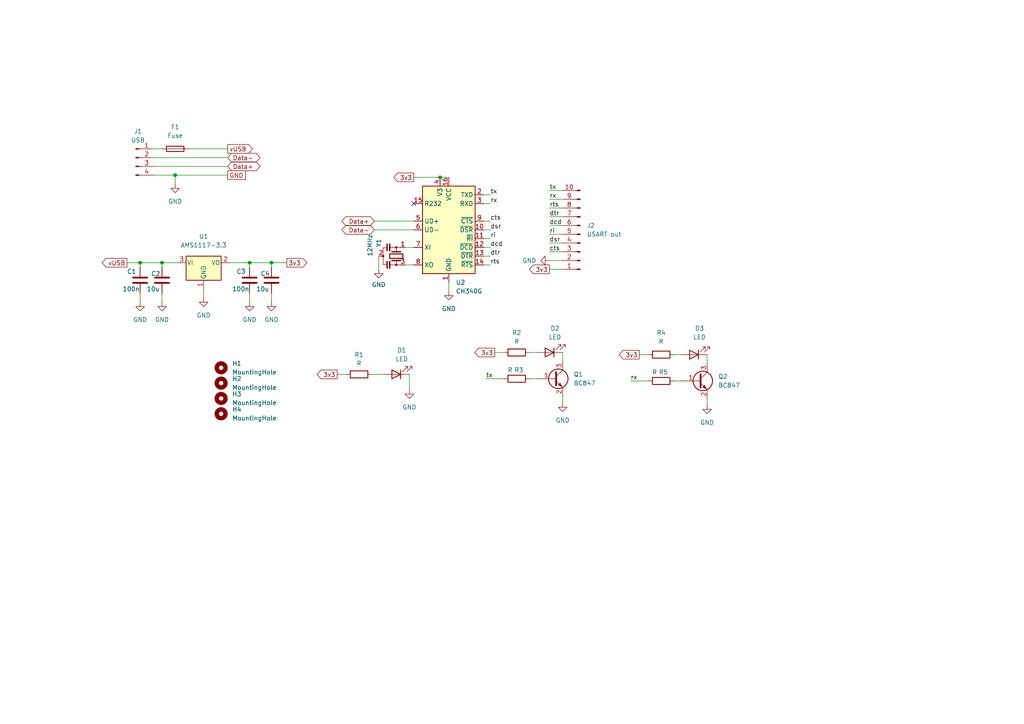
<source format=kicad_sch>
(kicad_sch (version 20230121) (generator eeschema)

  (uuid e63e39d7-6ac0-4ffd-8aa3-1841a4541b55)

  (paper "A4")

  (lib_symbols
    (symbol "Connector:Conn_01x04_Male" (pin_names (offset 1.016) hide) (in_bom yes) (on_board yes)
      (property "Reference" "J" (at 0 5.08 0)
        (effects (font (size 1.27 1.27)))
      )
      (property "Value" "Conn_01x04_Male" (at 0 -7.62 0)
        (effects (font (size 1.27 1.27)))
      )
      (property "Footprint" "" (at 0 0 0)
        (effects (font (size 1.27 1.27)) hide)
      )
      (property "Datasheet" "~" (at 0 0 0)
        (effects (font (size 1.27 1.27)) hide)
      )
      (property "ki_keywords" "connector" (at 0 0 0)
        (effects (font (size 1.27 1.27)) hide)
      )
      (property "ki_description" "Generic connector, single row, 01x04, script generated (kicad-library-utils/schlib/autogen/connector/)" (at 0 0 0)
        (effects (font (size 1.27 1.27)) hide)
      )
      (property "ki_fp_filters" "Connector*:*_1x??_*" (at 0 0 0)
        (effects (font (size 1.27 1.27)) hide)
      )
      (symbol "Conn_01x04_Male_1_1"
        (polyline
          (pts
            (xy 1.27 -5.08)
            (xy 0.8636 -5.08)
          )
          (stroke (width 0.1524) (type default))
          (fill (type none))
        )
        (polyline
          (pts
            (xy 1.27 -2.54)
            (xy 0.8636 -2.54)
          )
          (stroke (width 0.1524) (type default))
          (fill (type none))
        )
        (polyline
          (pts
            (xy 1.27 0)
            (xy 0.8636 0)
          )
          (stroke (width 0.1524) (type default))
          (fill (type none))
        )
        (polyline
          (pts
            (xy 1.27 2.54)
            (xy 0.8636 2.54)
          )
          (stroke (width 0.1524) (type default))
          (fill (type none))
        )
        (rectangle (start 0.8636 -4.953) (end 0 -5.207)
          (stroke (width 0.1524) (type default))
          (fill (type outline))
        )
        (rectangle (start 0.8636 -2.413) (end 0 -2.667)
          (stroke (width 0.1524) (type default))
          (fill (type outline))
        )
        (rectangle (start 0.8636 0.127) (end 0 -0.127)
          (stroke (width 0.1524) (type default))
          (fill (type outline))
        )
        (rectangle (start 0.8636 2.667) (end 0 2.413)
          (stroke (width 0.1524) (type default))
          (fill (type outline))
        )
        (pin passive line (at 5.08 2.54 180) (length 3.81)
          (name "Pin_1" (effects (font (size 1.27 1.27))))
          (number "1" (effects (font (size 1.27 1.27))))
        )
        (pin passive line (at 5.08 0 180) (length 3.81)
          (name "Pin_2" (effects (font (size 1.27 1.27))))
          (number "2" (effects (font (size 1.27 1.27))))
        )
        (pin passive line (at 5.08 -2.54 180) (length 3.81)
          (name "Pin_3" (effects (font (size 1.27 1.27))))
          (number "3" (effects (font (size 1.27 1.27))))
        )
        (pin passive line (at 5.08 -5.08 180) (length 3.81)
          (name "Pin_4" (effects (font (size 1.27 1.27))))
          (number "4" (effects (font (size 1.27 1.27))))
        )
      )
    )
    (symbol "Connector:Conn_01x10_Male" (pin_names (offset 1.016) hide) (in_bom yes) (on_board yes)
      (property "Reference" "J" (at 0 12.7 0)
        (effects (font (size 1.27 1.27)))
      )
      (property "Value" "Conn_01x10_Male" (at 0 -15.24 0)
        (effects (font (size 1.27 1.27)))
      )
      (property "Footprint" "" (at 0 0 0)
        (effects (font (size 1.27 1.27)) hide)
      )
      (property "Datasheet" "~" (at 0 0 0)
        (effects (font (size 1.27 1.27)) hide)
      )
      (property "ki_keywords" "connector" (at 0 0 0)
        (effects (font (size 1.27 1.27)) hide)
      )
      (property "ki_description" "Generic connector, single row, 01x10, script generated (kicad-library-utils/schlib/autogen/connector/)" (at 0 0 0)
        (effects (font (size 1.27 1.27)) hide)
      )
      (property "ki_fp_filters" "Connector*:*_1x??_*" (at 0 0 0)
        (effects (font (size 1.27 1.27)) hide)
      )
      (symbol "Conn_01x10_Male_1_1"
        (polyline
          (pts
            (xy 1.27 -12.7)
            (xy 0.8636 -12.7)
          )
          (stroke (width 0.1524) (type default))
          (fill (type none))
        )
        (polyline
          (pts
            (xy 1.27 -10.16)
            (xy 0.8636 -10.16)
          )
          (stroke (width 0.1524) (type default))
          (fill (type none))
        )
        (polyline
          (pts
            (xy 1.27 -7.62)
            (xy 0.8636 -7.62)
          )
          (stroke (width 0.1524) (type default))
          (fill (type none))
        )
        (polyline
          (pts
            (xy 1.27 -5.08)
            (xy 0.8636 -5.08)
          )
          (stroke (width 0.1524) (type default))
          (fill (type none))
        )
        (polyline
          (pts
            (xy 1.27 -2.54)
            (xy 0.8636 -2.54)
          )
          (stroke (width 0.1524) (type default))
          (fill (type none))
        )
        (polyline
          (pts
            (xy 1.27 0)
            (xy 0.8636 0)
          )
          (stroke (width 0.1524) (type default))
          (fill (type none))
        )
        (polyline
          (pts
            (xy 1.27 2.54)
            (xy 0.8636 2.54)
          )
          (stroke (width 0.1524) (type default))
          (fill (type none))
        )
        (polyline
          (pts
            (xy 1.27 5.08)
            (xy 0.8636 5.08)
          )
          (stroke (width 0.1524) (type default))
          (fill (type none))
        )
        (polyline
          (pts
            (xy 1.27 7.62)
            (xy 0.8636 7.62)
          )
          (stroke (width 0.1524) (type default))
          (fill (type none))
        )
        (polyline
          (pts
            (xy 1.27 10.16)
            (xy 0.8636 10.16)
          )
          (stroke (width 0.1524) (type default))
          (fill (type none))
        )
        (rectangle (start 0.8636 -12.573) (end 0 -12.827)
          (stroke (width 0.1524) (type default))
          (fill (type outline))
        )
        (rectangle (start 0.8636 -10.033) (end 0 -10.287)
          (stroke (width 0.1524) (type default))
          (fill (type outline))
        )
        (rectangle (start 0.8636 -7.493) (end 0 -7.747)
          (stroke (width 0.1524) (type default))
          (fill (type outline))
        )
        (rectangle (start 0.8636 -4.953) (end 0 -5.207)
          (stroke (width 0.1524) (type default))
          (fill (type outline))
        )
        (rectangle (start 0.8636 -2.413) (end 0 -2.667)
          (stroke (width 0.1524) (type default))
          (fill (type outline))
        )
        (rectangle (start 0.8636 0.127) (end 0 -0.127)
          (stroke (width 0.1524) (type default))
          (fill (type outline))
        )
        (rectangle (start 0.8636 2.667) (end 0 2.413)
          (stroke (width 0.1524) (type default))
          (fill (type outline))
        )
        (rectangle (start 0.8636 5.207) (end 0 4.953)
          (stroke (width 0.1524) (type default))
          (fill (type outline))
        )
        (rectangle (start 0.8636 7.747) (end 0 7.493)
          (stroke (width 0.1524) (type default))
          (fill (type outline))
        )
        (rectangle (start 0.8636 10.287) (end 0 10.033)
          (stroke (width 0.1524) (type default))
          (fill (type outline))
        )
        (pin passive line (at 5.08 10.16 180) (length 3.81)
          (name "Pin_1" (effects (font (size 1.27 1.27))))
          (number "1" (effects (font (size 1.27 1.27))))
        )
        (pin passive line (at 5.08 -12.7 180) (length 3.81)
          (name "Pin_10" (effects (font (size 1.27 1.27))))
          (number "10" (effects (font (size 1.27 1.27))))
        )
        (pin passive line (at 5.08 7.62 180) (length 3.81)
          (name "Pin_2" (effects (font (size 1.27 1.27))))
          (number "2" (effects (font (size 1.27 1.27))))
        )
        (pin passive line (at 5.08 5.08 180) (length 3.81)
          (name "Pin_3" (effects (font (size 1.27 1.27))))
          (number "3" (effects (font (size 1.27 1.27))))
        )
        (pin passive line (at 5.08 2.54 180) (length 3.81)
          (name "Pin_4" (effects (font (size 1.27 1.27))))
          (number "4" (effects (font (size 1.27 1.27))))
        )
        (pin passive line (at 5.08 0 180) (length 3.81)
          (name "Pin_5" (effects (font (size 1.27 1.27))))
          (number "5" (effects (font (size 1.27 1.27))))
        )
        (pin passive line (at 5.08 -2.54 180) (length 3.81)
          (name "Pin_6" (effects (font (size 1.27 1.27))))
          (number "6" (effects (font (size 1.27 1.27))))
        )
        (pin passive line (at 5.08 -5.08 180) (length 3.81)
          (name "Pin_7" (effects (font (size 1.27 1.27))))
          (number "7" (effects (font (size 1.27 1.27))))
        )
        (pin passive line (at 5.08 -7.62 180) (length 3.81)
          (name "Pin_8" (effects (font (size 1.27 1.27))))
          (number "8" (effects (font (size 1.27 1.27))))
        )
        (pin passive line (at 5.08 -10.16 180) (length 3.81)
          (name "Pin_9" (effects (font (size 1.27 1.27))))
          (number "9" (effects (font (size 1.27 1.27))))
        )
      )
    )
    (symbol "Device:C" (pin_numbers hide) (pin_names (offset 0.254)) (in_bom yes) (on_board yes)
      (property "Reference" "C" (at 0.635 2.54 0)
        (effects (font (size 1.27 1.27)) (justify left))
      )
      (property "Value" "C" (at 0.635 -2.54 0)
        (effects (font (size 1.27 1.27)) (justify left))
      )
      (property "Footprint" "" (at 0.9652 -3.81 0)
        (effects (font (size 1.27 1.27)) hide)
      )
      (property "Datasheet" "~" (at 0 0 0)
        (effects (font (size 1.27 1.27)) hide)
      )
      (property "ki_keywords" "cap capacitor" (at 0 0 0)
        (effects (font (size 1.27 1.27)) hide)
      )
      (property "ki_description" "Unpolarized capacitor" (at 0 0 0)
        (effects (font (size 1.27 1.27)) hide)
      )
      (property "ki_fp_filters" "C_*" (at 0 0 0)
        (effects (font (size 1.27 1.27)) hide)
      )
      (symbol "C_0_1"
        (polyline
          (pts
            (xy -2.032 -0.762)
            (xy 2.032 -0.762)
          )
          (stroke (width 0.508) (type default))
          (fill (type none))
        )
        (polyline
          (pts
            (xy -2.032 0.762)
            (xy 2.032 0.762)
          )
          (stroke (width 0.508) (type default))
          (fill (type none))
        )
      )
      (symbol "C_1_1"
        (pin passive line (at 0 3.81 270) (length 2.794)
          (name "~" (effects (font (size 1.27 1.27))))
          (number "1" (effects (font (size 1.27 1.27))))
        )
        (pin passive line (at 0 -3.81 90) (length 2.794)
          (name "~" (effects (font (size 1.27 1.27))))
          (number "2" (effects (font (size 1.27 1.27))))
        )
      )
    )
    (symbol "Device:Fuse" (pin_numbers hide) (pin_names (offset 0)) (in_bom yes) (on_board yes)
      (property "Reference" "F" (at 2.032 0 90)
        (effects (font (size 1.27 1.27)))
      )
      (property "Value" "Fuse" (at -1.905 0 90)
        (effects (font (size 1.27 1.27)))
      )
      (property "Footprint" "" (at -1.778 0 90)
        (effects (font (size 1.27 1.27)) hide)
      )
      (property "Datasheet" "~" (at 0 0 0)
        (effects (font (size 1.27 1.27)) hide)
      )
      (property "ki_keywords" "fuse" (at 0 0 0)
        (effects (font (size 1.27 1.27)) hide)
      )
      (property "ki_description" "Fuse" (at 0 0 0)
        (effects (font (size 1.27 1.27)) hide)
      )
      (property "ki_fp_filters" "*Fuse*" (at 0 0 0)
        (effects (font (size 1.27 1.27)) hide)
      )
      (symbol "Fuse_0_1"
        (rectangle (start -0.762 -2.54) (end 0.762 2.54)
          (stroke (width 0.254) (type default))
          (fill (type none))
        )
        (polyline
          (pts
            (xy 0 2.54)
            (xy 0 -2.54)
          )
          (stroke (width 0) (type default))
          (fill (type none))
        )
      )
      (symbol "Fuse_1_1"
        (pin passive line (at 0 3.81 270) (length 1.27)
          (name "~" (effects (font (size 1.27 1.27))))
          (number "1" (effects (font (size 1.27 1.27))))
        )
        (pin passive line (at 0 -3.81 90) (length 1.27)
          (name "~" (effects (font (size 1.27 1.27))))
          (number "2" (effects (font (size 1.27 1.27))))
        )
      )
    )
    (symbol "Device:LED" (pin_numbers hide) (pin_names (offset 1.016) hide) (in_bom yes) (on_board yes)
      (property "Reference" "D" (at 0 2.54 0)
        (effects (font (size 1.27 1.27)))
      )
      (property "Value" "LED" (at 0 -2.54 0)
        (effects (font (size 1.27 1.27)))
      )
      (property "Footprint" "" (at 0 0 0)
        (effects (font (size 1.27 1.27)) hide)
      )
      (property "Datasheet" "~" (at 0 0 0)
        (effects (font (size 1.27 1.27)) hide)
      )
      (property "ki_keywords" "LED diode" (at 0 0 0)
        (effects (font (size 1.27 1.27)) hide)
      )
      (property "ki_description" "Light emitting diode" (at 0 0 0)
        (effects (font (size 1.27 1.27)) hide)
      )
      (property "ki_fp_filters" "LED* LED_SMD:* LED_THT:*" (at 0 0 0)
        (effects (font (size 1.27 1.27)) hide)
      )
      (symbol "LED_0_1"
        (polyline
          (pts
            (xy -1.27 -1.27)
            (xy -1.27 1.27)
          )
          (stroke (width 0.254) (type default))
          (fill (type none))
        )
        (polyline
          (pts
            (xy -1.27 0)
            (xy 1.27 0)
          )
          (stroke (width 0) (type default))
          (fill (type none))
        )
        (polyline
          (pts
            (xy 1.27 -1.27)
            (xy 1.27 1.27)
            (xy -1.27 0)
            (xy 1.27 -1.27)
          )
          (stroke (width 0.254) (type default))
          (fill (type none))
        )
        (polyline
          (pts
            (xy -3.048 -0.762)
            (xy -4.572 -2.286)
            (xy -3.81 -2.286)
            (xy -4.572 -2.286)
            (xy -4.572 -1.524)
          )
          (stroke (width 0) (type default))
          (fill (type none))
        )
        (polyline
          (pts
            (xy -1.778 -0.762)
            (xy -3.302 -2.286)
            (xy -2.54 -2.286)
            (xy -3.302 -2.286)
            (xy -3.302 -1.524)
          )
          (stroke (width 0) (type default))
          (fill (type none))
        )
      )
      (symbol "LED_1_1"
        (pin passive line (at -3.81 0 0) (length 2.54)
          (name "K" (effects (font (size 1.27 1.27))))
          (number "1" (effects (font (size 1.27 1.27))))
        )
        (pin passive line (at 3.81 0 180) (length 2.54)
          (name "A" (effects (font (size 1.27 1.27))))
          (number "2" (effects (font (size 1.27 1.27))))
        )
      )
    )
    (symbol "Device:R" (pin_numbers hide) (pin_names (offset 0)) (in_bom yes) (on_board yes)
      (property "Reference" "R" (at 2.032 0 90)
        (effects (font (size 1.27 1.27)))
      )
      (property "Value" "R" (at 0 0 90)
        (effects (font (size 1.27 1.27)))
      )
      (property "Footprint" "" (at -1.778 0 90)
        (effects (font (size 1.27 1.27)) hide)
      )
      (property "Datasheet" "~" (at 0 0 0)
        (effects (font (size 1.27 1.27)) hide)
      )
      (property "ki_keywords" "R res resistor" (at 0 0 0)
        (effects (font (size 1.27 1.27)) hide)
      )
      (property "ki_description" "Resistor" (at 0 0 0)
        (effects (font (size 1.27 1.27)) hide)
      )
      (property "ki_fp_filters" "R_*" (at 0 0 0)
        (effects (font (size 1.27 1.27)) hide)
      )
      (symbol "R_0_1"
        (rectangle (start -1.016 -2.54) (end 1.016 2.54)
          (stroke (width 0.254) (type default))
          (fill (type none))
        )
      )
      (symbol "R_1_1"
        (pin passive line (at 0 3.81 270) (length 1.27)
          (name "~" (effects (font (size 1.27 1.27))))
          (number "1" (effects (font (size 1.27 1.27))))
        )
        (pin passive line (at 0 -3.81 90) (length 1.27)
          (name "~" (effects (font (size 1.27 1.27))))
          (number "2" (effects (font (size 1.27 1.27))))
        )
      )
    )
    (symbol "Device:Resonator_Small" (pin_names (offset 1.016) hide) (in_bom yes) (on_board yes)
      (property "Reference" "Y" (at 3.175 1.905 0)
        (effects (font (size 1.27 1.27)) (justify left))
      )
      (property "Value" "Resonator_Small" (at 3.175 0 0)
        (effects (font (size 1.27 1.27)) (justify left))
      )
      (property "Footprint" "" (at -0.635 0 0)
        (effects (font (size 1.27 1.27)) hide)
      )
      (property "Datasheet" "~" (at -0.635 0 0)
        (effects (font (size 1.27 1.27)) hide)
      )
      (property "ki_keywords" "ceramic resonator" (at 0 0 0)
        (effects (font (size 1.27 1.27)) hide)
      )
      (property "ki_description" "Three pin ceramic resonator, small symbol" (at 0 0 0)
        (effects (font (size 1.27 1.27)) hide)
      )
      (property "ki_fp_filters" "Filter* Resonator*" (at 0 0 0)
        (effects (font (size 1.27 1.27)) hide)
      )
      (symbol "Resonator_Small_0_1"
        (rectangle (start -3.556 -2.54) (end -1.524 -2.794)
          (stroke (width 0) (type default))
          (fill (type outline))
        )
        (rectangle (start -3.556 -1.778) (end -1.524 -2.032)
          (stroke (width 0) (type default))
          (fill (type outline))
        )
        (circle (center -2.54 0) (radius 0.254)
          (stroke (width 0) (type default))
          (fill (type outline))
        )
        (rectangle (start -0.635 1.905) (end 0.635 -1.905)
          (stroke (width 0.3048) (type default))
          (fill (type none))
        )
        (circle (center 0 -3.81) (radius 0.254)
          (stroke (width 0) (type default))
          (fill (type outline))
        )
        (polyline
          (pts
            (xy -2.54 -1.778)
            (xy -2.54 0)
          )
          (stroke (width 0) (type default))
          (fill (type none))
        )
        (polyline
          (pts
            (xy -2.54 0)
            (xy -1.397 0)
          )
          (stroke (width 0) (type default))
          (fill (type none))
        )
        (polyline
          (pts
            (xy -2.54 1.27)
            (xy -2.54 0)
          )
          (stroke (width 0) (type default))
          (fill (type none))
        )
        (polyline
          (pts
            (xy -1.27 -1.27)
            (xy -1.27 1.27)
          )
          (stroke (width 0.381) (type default))
          (fill (type none))
        )
        (polyline
          (pts
            (xy 1.27 -1.27)
            (xy 1.27 1.27)
          )
          (stroke (width 0.381) (type default))
          (fill (type none))
        )
        (polyline
          (pts
            (xy 1.27 0)
            (xy 2.54 0)
          )
          (stroke (width 0) (type default))
          (fill (type none))
        )
        (polyline
          (pts
            (xy 2.54 0)
            (xy 2.54 -1.778)
          )
          (stroke (width 0) (type default))
          (fill (type none))
        )
        (polyline
          (pts
            (xy 2.54 1.27)
            (xy 2.54 0)
          )
          (stroke (width 0) (type default))
          (fill (type none))
        )
        (polyline
          (pts
            (xy 2.413 -2.794)
            (xy 2.413 -3.81)
            (xy -2.413 -3.81)
            (xy -2.413 -2.667)
          )
          (stroke (width 0) (type default))
          (fill (type none))
        )
        (rectangle (start 1.524 -2.54) (end 3.556 -2.794)
          (stroke (width 0) (type default))
          (fill (type outline))
        )
        (rectangle (start 1.524 -1.778) (end 3.556 -2.032)
          (stroke (width 0) (type default))
          (fill (type outline))
        )
        (circle (center 2.54 0) (radius 0.254)
          (stroke (width 0) (type default))
          (fill (type outline))
        )
      )
      (symbol "Resonator_Small_1_1"
        (pin passive line (at -2.54 2.54 270) (length 1.27)
          (name "1" (effects (font (size 1.27 1.27))))
          (number "1" (effects (font (size 1.27 1.27))))
        )
        (pin passive line (at 0 -5.08 90) (length 1.27)
          (name "2" (effects (font (size 1.27 1.27))))
          (number "2" (effects (font (size 1.27 1.27))))
        )
        (pin passive line (at 2.54 2.54 270) (length 1.27)
          (name "3" (effects (font (size 1.27 1.27))))
          (number "3" (effects (font (size 1.27 1.27))))
        )
      )
    )
    (symbol "Interface_USB:CH340G" (in_bom yes) (on_board yes)
      (property "Reference" "U" (at -5.08 13.97 0)
        (effects (font (size 1.27 1.27)) (justify right))
      )
      (property "Value" "CH340G" (at 1.27 13.97 0)
        (effects (font (size 1.27 1.27)) (justify left))
      )
      (property "Footprint" "Package_SO:SOIC-16_3.9x9.9mm_P1.27mm" (at 1.27 -13.97 0)
        (effects (font (size 1.27 1.27)) (justify left) hide)
      )
      (property "Datasheet" "http://www.datasheet5.com/pdf-local-2195953" (at -8.89 20.32 0)
        (effects (font (size 1.27 1.27)) hide)
      )
      (property "ki_keywords" "USB UART Serial Converter Interface" (at 0 0 0)
        (effects (font (size 1.27 1.27)) hide)
      )
      (property "ki_description" "USB serial converter, UART, SOIC-16" (at 0 0 0)
        (effects (font (size 1.27 1.27)) hide)
      )
      (property "ki_fp_filters" "SOIC*3.9x9.9mm*P1.27mm*" (at 0 0 0)
        (effects (font (size 1.27 1.27)) hide)
      )
      (symbol "CH340G_0_1"
        (rectangle (start -7.62 12.7) (end 7.62 -12.7)
          (stroke (width 0.254) (type default))
          (fill (type background))
        )
      )
      (symbol "CH340G_1_1"
        (pin power_in line (at 0 -15.24 90) (length 2.54)
          (name "GND" (effects (font (size 1.27 1.27))))
          (number "1" (effects (font (size 1.27 1.27))))
        )
        (pin input line (at 10.16 0 180) (length 2.54)
          (name "~{DSR}" (effects (font (size 1.27 1.27))))
          (number "10" (effects (font (size 1.27 1.27))))
        )
        (pin input line (at 10.16 -2.54 180) (length 2.54)
          (name "~{RI}" (effects (font (size 1.27 1.27))))
          (number "11" (effects (font (size 1.27 1.27))))
        )
        (pin input line (at 10.16 -5.08 180) (length 2.54)
          (name "~{DCD}" (effects (font (size 1.27 1.27))))
          (number "12" (effects (font (size 1.27 1.27))))
        )
        (pin output line (at 10.16 -7.62 180) (length 2.54)
          (name "~{DTR}" (effects (font (size 1.27 1.27))))
          (number "13" (effects (font (size 1.27 1.27))))
        )
        (pin output line (at 10.16 -10.16 180) (length 2.54)
          (name "~{RTS}" (effects (font (size 1.27 1.27))))
          (number "14" (effects (font (size 1.27 1.27))))
        )
        (pin input line (at -10.16 7.62 0) (length 2.54)
          (name "R232" (effects (font (size 1.27 1.27))))
          (number "15" (effects (font (size 1.27 1.27))))
        )
        (pin power_in line (at 0 15.24 270) (length 2.54)
          (name "VCC" (effects (font (size 1.27 1.27))))
          (number "16" (effects (font (size 1.27 1.27))))
        )
        (pin output line (at 10.16 10.16 180) (length 2.54)
          (name "TXD" (effects (font (size 1.27 1.27))))
          (number "2" (effects (font (size 1.27 1.27))))
        )
        (pin input line (at 10.16 7.62 180) (length 2.54)
          (name "RXD" (effects (font (size 1.27 1.27))))
          (number "3" (effects (font (size 1.27 1.27))))
        )
        (pin passive line (at -2.54 15.24 270) (length 2.54)
          (name "V3" (effects (font (size 1.27 1.27))))
          (number "4" (effects (font (size 1.27 1.27))))
        )
        (pin bidirectional line (at -10.16 2.54 0) (length 2.54)
          (name "UD+" (effects (font (size 1.27 1.27))))
          (number "5" (effects (font (size 1.27 1.27))))
        )
        (pin bidirectional line (at -10.16 0 0) (length 2.54)
          (name "UD-" (effects (font (size 1.27 1.27))))
          (number "6" (effects (font (size 1.27 1.27))))
        )
        (pin input line (at -10.16 -5.08 0) (length 2.54)
          (name "XI" (effects (font (size 1.27 1.27))))
          (number "7" (effects (font (size 1.27 1.27))))
        )
        (pin output line (at -10.16 -10.16 0) (length 2.54)
          (name "XO" (effects (font (size 1.27 1.27))))
          (number "8" (effects (font (size 1.27 1.27))))
        )
        (pin input line (at 10.16 2.54 180) (length 2.54)
          (name "~{CTS}" (effects (font (size 1.27 1.27))))
          (number "9" (effects (font (size 1.27 1.27))))
        )
      )
    )
    (symbol "Mechanical:MountingHole" (pin_names (offset 1.016)) (in_bom yes) (on_board yes)
      (property "Reference" "H" (at 0 5.08 0)
        (effects (font (size 1.27 1.27)))
      )
      (property "Value" "MountingHole" (at 0 3.175 0)
        (effects (font (size 1.27 1.27)))
      )
      (property "Footprint" "" (at 0 0 0)
        (effects (font (size 1.27 1.27)) hide)
      )
      (property "Datasheet" "~" (at 0 0 0)
        (effects (font (size 1.27 1.27)) hide)
      )
      (property "ki_keywords" "mounting hole" (at 0 0 0)
        (effects (font (size 1.27 1.27)) hide)
      )
      (property "ki_description" "Mounting Hole without connection" (at 0 0 0)
        (effects (font (size 1.27 1.27)) hide)
      )
      (property "ki_fp_filters" "MountingHole*" (at 0 0 0)
        (effects (font (size 1.27 1.27)) hide)
      )
      (symbol "MountingHole_0_1"
        (circle (center 0 0) (radius 1.27)
          (stroke (width 1.27) (type default))
          (fill (type none))
        )
      )
    )
    (symbol "Regulator_Linear:AMS1117-3.3" (pin_names (offset 0.254)) (in_bom yes) (on_board yes)
      (property "Reference" "U" (at -3.81 3.175 0)
        (effects (font (size 1.27 1.27)))
      )
      (property "Value" "AMS1117-3.3" (at 0 3.175 0)
        (effects (font (size 1.27 1.27)) (justify left))
      )
      (property "Footprint" "Package_TO_SOT_SMD:SOT-223-3_TabPin2" (at 0 5.08 0)
        (effects (font (size 1.27 1.27)) hide)
      )
      (property "Datasheet" "http://www.advanced-monolithic.com/pdf/ds1117.pdf" (at 2.54 -6.35 0)
        (effects (font (size 1.27 1.27)) hide)
      )
      (property "ki_keywords" "linear regulator ldo fixed positive" (at 0 0 0)
        (effects (font (size 1.27 1.27)) hide)
      )
      (property "ki_description" "1A Low Dropout regulator, positive, 3.3V fixed output, SOT-223" (at 0 0 0)
        (effects (font (size 1.27 1.27)) hide)
      )
      (property "ki_fp_filters" "SOT?223*TabPin2*" (at 0 0 0)
        (effects (font (size 1.27 1.27)) hide)
      )
      (symbol "AMS1117-3.3_0_1"
        (rectangle (start -5.08 -5.08) (end 5.08 1.905)
          (stroke (width 0.254) (type default))
          (fill (type background))
        )
      )
      (symbol "AMS1117-3.3_1_1"
        (pin power_in line (at 0 -7.62 90) (length 2.54)
          (name "GND" (effects (font (size 1.27 1.27))))
          (number "1" (effects (font (size 1.27 1.27))))
        )
        (pin power_out line (at 7.62 0 180) (length 2.54)
          (name "VO" (effects (font (size 1.27 1.27))))
          (number "2" (effects (font (size 1.27 1.27))))
        )
        (pin power_in line (at -7.62 0 0) (length 2.54)
          (name "VI" (effects (font (size 1.27 1.27))))
          (number "3" (effects (font (size 1.27 1.27))))
        )
      )
    )
    (symbol "Transistor_BJT:BC847" (pin_names (offset 0) hide) (in_bom yes) (on_board yes)
      (property "Reference" "Q" (at 5.08 1.905 0)
        (effects (font (size 1.27 1.27)) (justify left))
      )
      (property "Value" "BC847" (at 5.08 0 0)
        (effects (font (size 1.27 1.27)) (justify left))
      )
      (property "Footprint" "Package_TO_SOT_SMD:SOT-23" (at 5.08 -1.905 0)
        (effects (font (size 1.27 1.27) italic) (justify left) hide)
      )
      (property "Datasheet" "http://www.infineon.com/dgdl/Infineon-BC847SERIES_BC848SERIES_BC849SERIES_BC850SERIES-DS-v01_01-en.pdf?fileId=db3a304314dca389011541d4630a1657" (at 0 0 0)
        (effects (font (size 1.27 1.27)) (justify left) hide)
      )
      (property "ki_keywords" "NPN Small Signal Transistor" (at 0 0 0)
        (effects (font (size 1.27 1.27)) hide)
      )
      (property "ki_description" "0.1A Ic, 45V Vce, NPN Transistor, SOT-23" (at 0 0 0)
        (effects (font (size 1.27 1.27)) hide)
      )
      (property "ki_fp_filters" "SOT?23*" (at 0 0 0)
        (effects (font (size 1.27 1.27)) hide)
      )
      (symbol "BC847_0_1"
        (polyline
          (pts
            (xy 0.635 0.635)
            (xy 2.54 2.54)
          )
          (stroke (width 0) (type default))
          (fill (type none))
        )
        (polyline
          (pts
            (xy 0.635 -0.635)
            (xy 2.54 -2.54)
            (xy 2.54 -2.54)
          )
          (stroke (width 0) (type default))
          (fill (type none))
        )
        (polyline
          (pts
            (xy 0.635 1.905)
            (xy 0.635 -1.905)
            (xy 0.635 -1.905)
          )
          (stroke (width 0.508) (type default))
          (fill (type none))
        )
        (polyline
          (pts
            (xy 1.27 -1.778)
            (xy 1.778 -1.27)
            (xy 2.286 -2.286)
            (xy 1.27 -1.778)
            (xy 1.27 -1.778)
          )
          (stroke (width 0) (type default))
          (fill (type outline))
        )
        (circle (center 1.27 0) (radius 2.8194)
          (stroke (width 0.254) (type default))
          (fill (type none))
        )
      )
      (symbol "BC847_1_1"
        (pin input line (at -5.08 0 0) (length 5.715)
          (name "B" (effects (font (size 1.27 1.27))))
          (number "1" (effects (font (size 1.27 1.27))))
        )
        (pin passive line (at 2.54 -5.08 90) (length 2.54)
          (name "E" (effects (font (size 1.27 1.27))))
          (number "2" (effects (font (size 1.27 1.27))))
        )
        (pin passive line (at 2.54 5.08 270) (length 2.54)
          (name "C" (effects (font (size 1.27 1.27))))
          (number "3" (effects (font (size 1.27 1.27))))
        )
      )
    )
    (symbol "power:GND" (power) (pin_names (offset 0)) (in_bom yes) (on_board yes)
      (property "Reference" "#PWR" (at 0 -6.35 0)
        (effects (font (size 1.27 1.27)) hide)
      )
      (property "Value" "GND" (at 0 -3.81 0)
        (effects (font (size 1.27 1.27)))
      )
      (property "Footprint" "" (at 0 0 0)
        (effects (font (size 1.27 1.27)) hide)
      )
      (property "Datasheet" "" (at 0 0 0)
        (effects (font (size 1.27 1.27)) hide)
      )
      (property "ki_keywords" "power-flag" (at 0 0 0)
        (effects (font (size 1.27 1.27)) hide)
      )
      (property "ki_description" "Power symbol creates a global label with name \"GND\" , ground" (at 0 0 0)
        (effects (font (size 1.27 1.27)) hide)
      )
      (symbol "GND_0_1"
        (polyline
          (pts
            (xy 0 0)
            (xy 0 -1.27)
            (xy 1.27 -1.27)
            (xy 0 -2.54)
            (xy -1.27 -1.27)
            (xy 0 -1.27)
          )
          (stroke (width 0) (type default))
          (fill (type none))
        )
      )
      (symbol "GND_1_1"
        (pin power_in line (at 0 0 270) (length 0) hide
          (name "GND" (effects (font (size 1.27 1.27))))
          (number "1" (effects (font (size 1.27 1.27))))
        )
      )
    )
  )

  (junction (at 40.64 76.2) (diameter 0) (color 0 0 0 0)
    (uuid 1102a4e3-69d7-47d2-a8dc-28245b8e76d4)
  )
  (junction (at 78.74 76.2) (diameter 0) (color 0 0 0 0)
    (uuid 1e4ac8c8-ce6f-4526-9144-5c1619fd5c54)
  )
  (junction (at 127.635 51.435) (diameter 0) (color 0 0 0 0)
    (uuid 61f7dfe4-6117-440a-aba3-40c6685f7d31)
  )
  (junction (at 50.8 50.8) (diameter 0) (color 0 0 0 0)
    (uuid 72da2fd9-5bbf-4937-ba5a-d4c74fc998ec)
  )
  (junction (at 46.99 76.2) (diameter 0) (color 0 0 0 0)
    (uuid abe4b219-91b6-4fe0-9c11-824072d234e1)
  )
  (junction (at 72.39 76.2) (diameter 0) (color 0 0 0 0)
    (uuid b3f3b826-ad37-4009-a80e-3d8374cc0c38)
  )

  (no_connect (at 120.015 59.055) (uuid 533d676d-dd70-4a25-a6d5-c33720847d22))

  (wire (pts (xy 159.385 70.485) (xy 163.195 70.485))
    (stroke (width 0) (type default))
    (uuid 00324cd8-305b-477f-be27-0855e1458aad)
  )
  (wire (pts (xy 117.475 71.755) (xy 120.015 71.755))
    (stroke (width 0) (type default))
    (uuid 00cc81c7-a218-403c-a7d4-f7708ad9c84c)
  )
  (wire (pts (xy 107.95 108.585) (xy 111.125 108.585))
    (stroke (width 0) (type default))
    (uuid 03198915-16b0-4e1a-813d-e63734c5e262)
  )
  (wire (pts (xy 118.745 108.585) (xy 118.745 113.03))
    (stroke (width 0) (type default))
    (uuid 0694d6bd-5edb-41d8-a227-1f54b3223aae)
  )
  (wire (pts (xy 195.58 110.49) (xy 197.485 110.49))
    (stroke (width 0) (type default))
    (uuid 0a19c6e8-9302-411c-bbf7-4aa9f1443acc)
  )
  (wire (pts (xy 54.61 43.18) (xy 66.04 43.18))
    (stroke (width 0) (type default))
    (uuid 0b321ae2-4c39-4d1f-893f-22ecc7c084fe)
  )
  (wire (pts (xy 205.105 102.87) (xy 205.105 105.41))
    (stroke (width 0) (type default))
    (uuid 1b294302-5e66-4c3a-9ff2-1a48c0998ae4)
  )
  (wire (pts (xy 40.64 76.2) (xy 46.99 76.2))
    (stroke (width 0) (type default))
    (uuid 21553c7f-3735-4a9c-a2a9-02f97b748ff4)
  )
  (wire (pts (xy 46.99 85.09) (xy 46.99 87.63))
    (stroke (width 0) (type default))
    (uuid 2d6a1908-930d-44c9-ba86-1463a3f787dc)
  )
  (wire (pts (xy 140.335 74.295) (xy 142.24 74.295))
    (stroke (width 0) (type default))
    (uuid 2f2eb89f-1a0b-4344-a228-20e22ab03104)
  )
  (wire (pts (xy 185.42 102.87) (xy 187.96 102.87))
    (stroke (width 0) (type default))
    (uuid 334b9035-929b-4395-a1ec-f6f03fc2f048)
  )
  (wire (pts (xy 108.585 64.135) (xy 120.015 64.135))
    (stroke (width 0) (type default))
    (uuid 33f56d21-1674-4e3e-823b-2b67019f7453)
  )
  (wire (pts (xy 78.74 76.2) (xy 78.74 77.47))
    (stroke (width 0) (type default))
    (uuid 39f613a2-50f1-4b4c-8f7c-b1f3dbf56c43)
  )
  (wire (pts (xy 127.635 51.435) (xy 130.175 51.435))
    (stroke (width 0) (type default))
    (uuid 49693641-4499-473f-b005-4324d8fa543f)
  )
  (wire (pts (xy 159.385 57.785) (xy 163.195 57.785))
    (stroke (width 0) (type default))
    (uuid 4d74033d-8e57-493c-88c8-3a498d52e30a)
  )
  (wire (pts (xy 159.385 75.565) (xy 163.195 75.565))
    (stroke (width 0) (type default))
    (uuid 4fad33db-cce3-44fe-9ec3-efd4064be104)
  )
  (wire (pts (xy 140.335 76.835) (xy 142.24 76.835))
    (stroke (width 0) (type default))
    (uuid 53885046-3766-4faf-b923-105f7970d16f)
  )
  (wire (pts (xy 120.015 51.435) (xy 127.635 51.435))
    (stroke (width 0) (type default))
    (uuid 53dd458e-e0ef-4847-8421-f96ac6102261)
  )
  (wire (pts (xy 140.335 69.215) (xy 142.24 69.215))
    (stroke (width 0) (type default))
    (uuid 54832f15-5a39-4a19-bdfe-b7328be4889c)
  )
  (wire (pts (xy 44.45 45.72) (xy 66.04 45.72))
    (stroke (width 0) (type default))
    (uuid 549e963c-ee8c-4726-bc96-ee8ebf858211)
  )
  (wire (pts (xy 40.64 77.47) (xy 40.64 76.2))
    (stroke (width 0) (type default))
    (uuid 593b4e3d-fc97-4370-86a0-ce135a280d1c)
  )
  (wire (pts (xy 159.385 65.405) (xy 163.195 65.405))
    (stroke (width 0) (type default))
    (uuid 5eb175cb-6dd6-4f2c-8565-4bb424674805)
  )
  (wire (pts (xy 163.195 114.935) (xy 163.195 116.84))
    (stroke (width 0) (type default))
    (uuid 5fc6d954-334a-4aa4-80b0-b73cf7de7381)
  )
  (wire (pts (xy 44.45 50.8) (xy 50.8 50.8))
    (stroke (width 0) (type default))
    (uuid 67c234b4-22c1-41e9-a8c2-9a01260d884d)
  )
  (wire (pts (xy 50.8 50.8) (xy 66.04 50.8))
    (stroke (width 0) (type default))
    (uuid 6b3194aa-aa1b-4405-a345-aef429258594)
  )
  (wire (pts (xy 66.675 76.2) (xy 72.39 76.2))
    (stroke (width 0) (type default))
    (uuid 6e73b5a0-8e83-4e1d-ab2d-f2e051dcd480)
  )
  (wire (pts (xy 143.51 102.235) (xy 146.05 102.235))
    (stroke (width 0) (type default))
    (uuid 710d56ab-f2e7-45a5-954c-de5ddba04aac)
  )
  (wire (pts (xy 72.39 85.09) (xy 72.39 87.63))
    (stroke (width 0) (type default))
    (uuid 764f5ff8-4772-4fe4-b81f-591d5e5c1576)
  )
  (wire (pts (xy 59.055 83.82) (xy 59.055 86.36))
    (stroke (width 0) (type default))
    (uuid 79694f7f-46b5-44fb-86d2-4543987fad32)
  )
  (wire (pts (xy 72.39 76.2) (xy 72.39 77.47))
    (stroke (width 0) (type default))
    (uuid 7d241668-1e88-4830-87fb-ec19a494c1d3)
  )
  (wire (pts (xy 72.39 76.2) (xy 78.74 76.2))
    (stroke (width 0) (type default))
    (uuid 7d77e332-2ad6-42b1-af55-92a5cb5996c6)
  )
  (wire (pts (xy 205.105 115.57) (xy 205.105 117.475))
    (stroke (width 0) (type default))
    (uuid 7e6a2e54-46f3-4c1f-b897-6165aa172bd3)
  )
  (wire (pts (xy 78.74 76.2) (xy 83.185 76.2))
    (stroke (width 0) (type default))
    (uuid 81e17485-0bae-47fe-ace1-709646a91f93)
  )
  (wire (pts (xy 78.74 85.09) (xy 78.74 87.63))
    (stroke (width 0) (type default))
    (uuid 82228b24-4bb4-48bf-9ec0-ad5d6b697d52)
  )
  (wire (pts (xy 97.79 108.585) (xy 100.33 108.585))
    (stroke (width 0) (type default))
    (uuid 8377fb28-ea4b-4efd-8662-1392a0c74301)
  )
  (wire (pts (xy 140.335 64.135) (xy 142.24 64.135))
    (stroke (width 0) (type default))
    (uuid 87b53783-cfcd-4b93-92e3-b15ee4cef21a)
  )
  (wire (pts (xy 159.385 78.105) (xy 163.195 78.105))
    (stroke (width 0) (type default))
    (uuid 8e849722-ebec-4d01-8989-1e6b1ba1caa4)
  )
  (wire (pts (xy 44.45 43.18) (xy 46.99 43.18))
    (stroke (width 0) (type default))
    (uuid 8f56a7b0-5472-4d81-8ecd-3ecfac1b931e)
  )
  (wire (pts (xy 153.67 109.855) (xy 155.575 109.855))
    (stroke (width 0) (type default))
    (uuid 92c07665-e3de-431c-98a3-a446112a950e)
  )
  (wire (pts (xy 159.385 73.025) (xy 163.195 73.025))
    (stroke (width 0) (type default))
    (uuid 93805fad-c41e-491f-a4a1-edeb4b6f3155)
  )
  (wire (pts (xy 130.175 81.915) (xy 130.175 84.455))
    (stroke (width 0) (type default))
    (uuid 96942de6-188d-4b97-9519-8037fc34d982)
  )
  (wire (pts (xy 46.99 76.2) (xy 46.99 77.47))
    (stroke (width 0) (type default))
    (uuid 9cc770d7-d3ea-4e39-94f0-5f75124434c2)
  )
  (wire (pts (xy 50.8 50.8) (xy 50.8 53.34))
    (stroke (width 0) (type default))
    (uuid a97940f6-2d2b-430d-bfd2-14cf5f44a091)
  )
  (wire (pts (xy 159.385 62.865) (xy 163.195 62.865))
    (stroke (width 0) (type default))
    (uuid a9c6a063-0dbc-4fb8-9608-95a6ae7378de)
  )
  (wire (pts (xy 109.855 74.295) (xy 109.855 78.105))
    (stroke (width 0) (type default))
    (uuid ab8fa022-f3b2-4e34-8ebf-12e4731aa823)
  )
  (wire (pts (xy 182.88 110.49) (xy 187.96 110.49))
    (stroke (width 0) (type default))
    (uuid b32461a2-a4d8-4a3b-ae4d-d24cc2053040)
  )
  (wire (pts (xy 159.385 55.245) (xy 163.195 55.245))
    (stroke (width 0) (type default))
    (uuid b4849497-9d58-4dd1-b7a4-d9ee8db1d5e4)
  )
  (wire (pts (xy 117.475 76.835) (xy 120.015 76.835))
    (stroke (width 0) (type default))
    (uuid bc0e9206-078d-474c-ade8-99441c6f82a5)
  )
  (wire (pts (xy 140.335 56.515) (xy 142.24 56.515))
    (stroke (width 0) (type default))
    (uuid be34f59d-d74c-4a65-901c-a4969f488800)
  )
  (wire (pts (xy 159.385 67.945) (xy 163.195 67.945))
    (stroke (width 0) (type default))
    (uuid c736daaa-1fd7-4436-9572-5653de6328e7)
  )
  (wire (pts (xy 44.45 48.26) (xy 66.04 48.26))
    (stroke (width 0) (type default))
    (uuid ca1df078-a338-4f08-9b0f-17537815e1aa)
  )
  (wire (pts (xy 36.83 76.2) (xy 40.64 76.2))
    (stroke (width 0) (type default))
    (uuid d8a943ad-2e0a-4930-98f3-d4569bc7d1b3)
  )
  (wire (pts (xy 159.385 60.325) (xy 163.195 60.325))
    (stroke (width 0) (type default))
    (uuid db87089b-6373-4ba3-a2ff-5a1e38ab7c68)
  )
  (wire (pts (xy 140.335 66.675) (xy 142.24 66.675))
    (stroke (width 0) (type default))
    (uuid df5d5a5a-8a85-47a0-9382-0f4359be1fee)
  )
  (wire (pts (xy 40.64 85.09) (xy 40.64 87.63))
    (stroke (width 0) (type default))
    (uuid e087e25a-ac1a-476d-8d3e-61fee90c75ad)
  )
  (wire (pts (xy 140.335 59.055) (xy 142.24 59.055))
    (stroke (width 0) (type default))
    (uuid e44b4817-30fa-420c-8b57-7fed1c359fba)
  )
  (wire (pts (xy 153.67 102.235) (xy 155.575 102.235))
    (stroke (width 0) (type default))
    (uuid e7db103f-1961-48d5-b0fd-15d11d0058b3)
  )
  (wire (pts (xy 108.585 66.675) (xy 120.015 66.675))
    (stroke (width 0) (type default))
    (uuid e80fedcd-03de-4ace-98a3-063f9e7001ff)
  )
  (wire (pts (xy 140.97 109.855) (xy 146.05 109.855))
    (stroke (width 0) (type default))
    (uuid ef3762c3-544b-407e-8c4c-525fd6fe3453)
  )
  (wire (pts (xy 140.335 71.755) (xy 142.24 71.755))
    (stroke (width 0) (type default))
    (uuid f4c993a1-c36b-446f-82f7-4fe7542208f6)
  )
  (wire (pts (xy 46.99 76.2) (xy 51.435 76.2))
    (stroke (width 0) (type default))
    (uuid fa7d505d-e528-4f4d-b7ec-2602e3767d47)
  )
  (wire (pts (xy 195.58 102.87) (xy 197.485 102.87))
    (stroke (width 0) (type default))
    (uuid fb5c6494-08c0-4c8c-af85-97b5701fd204)
  )
  (wire (pts (xy 163.195 102.235) (xy 163.195 104.775))
    (stroke (width 0) (type default))
    (uuid fd0ef47d-184b-4b9d-9bee-4a169a88601a)
  )

  (label "dcd" (at 142.24 71.755 0) (fields_autoplaced)
    (effects (font (size 1.27 1.27)) (justify left bottom))
    (uuid 10cf16a7-cc9e-4bef-a722-b4590b2aa0f9)
  )
  (label "tx" (at 159.385 55.245 0) (fields_autoplaced)
    (effects (font (size 1.27 1.27)) (justify left bottom))
    (uuid 1b93425f-eab6-4cb4-a982-fcb1369c2021)
  )
  (label "dtr" (at 142.24 74.295 0) (fields_autoplaced)
    (effects (font (size 1.27 1.27)) (justify left bottom))
    (uuid 2a4eea62-d570-491b-8bdc-c3a6c5233661)
  )
  (label "ri" (at 159.385 67.945 0) (fields_autoplaced)
    (effects (font (size 1.27 1.27)) (justify left bottom))
    (uuid 36a99fbc-31c1-4aba-939f-b611de401d2d)
  )
  (label "rts" (at 159.385 60.325 0) (fields_autoplaced)
    (effects (font (size 1.27 1.27)) (justify left bottom))
    (uuid 4fcf35a3-fafb-4556-bd1c-a1dd13631c4c)
  )
  (label "dsr" (at 159.385 70.485 0) (fields_autoplaced)
    (effects (font (size 1.27 1.27)) (justify left bottom))
    (uuid 627fac11-c93f-479e-946d-e2822940b9e1)
  )
  (label "tx" (at 142.24 56.515 0) (fields_autoplaced)
    (effects (font (size 1.27 1.27)) (justify left bottom))
    (uuid 6f37964f-bb5e-4327-b54f-f0800b83f6f0)
  )
  (label "rx" (at 159.385 57.785 0) (fields_autoplaced)
    (effects (font (size 1.27 1.27)) (justify left bottom))
    (uuid 70356305-0695-4eb4-821a-fafdcb75a7d4)
  )
  (label "tx" (at 140.97 109.855 0) (fields_autoplaced)
    (effects (font (size 1.27 1.27)) (justify left bottom))
    (uuid 84711bda-85dd-490e-ac82-25e8386c7503)
  )
  (label "dtr" (at 159.385 62.865 0) (fields_autoplaced)
    (effects (font (size 1.27 1.27)) (justify left bottom))
    (uuid a9883c7d-6faf-479d-83fd-fc39f2bd5c3d)
  )
  (label "dsr" (at 142.24 66.675 0) (fields_autoplaced)
    (effects (font (size 1.27 1.27)) (justify left bottom))
    (uuid b84c14a3-8153-4cf9-aaef-44f1698955da)
  )
  (label "cts" (at 159.385 73.025 0) (fields_autoplaced)
    (effects (font (size 1.27 1.27)) (justify left bottom))
    (uuid d2381c80-3bc1-4ecf-9ef6-695be491229b)
  )
  (label "cts" (at 142.24 64.135 0) (fields_autoplaced)
    (effects (font (size 1.27 1.27)) (justify left bottom))
    (uuid d4923302-996c-4246-95cd-f9de06d5ad5f)
  )
  (label "ri" (at 142.24 69.215 0) (fields_autoplaced)
    (effects (font (size 1.27 1.27)) (justify left bottom))
    (uuid dc081ec6-cbe4-42cc-81a7-c3cb9df1fe60)
  )
  (label "rx" (at 142.24 59.055 0) (fields_autoplaced)
    (effects (font (size 1.27 1.27)) (justify left bottom))
    (uuid de6b148d-6819-4f11-b284-48125486808b)
  )
  (label "dcd" (at 159.385 65.405 0) (fields_autoplaced)
    (effects (font (size 1.27 1.27)) (justify left bottom))
    (uuid eb70f7bc-c181-4384-a225-4a925d1a3a72)
  )
  (label "rts" (at 142.24 76.835 0) (fields_autoplaced)
    (effects (font (size 1.27 1.27)) (justify left bottom))
    (uuid fe6234d6-3308-4a5b-bf77-293ad04c7efb)
  )
  (label "rx" (at 182.88 110.49 0) (fields_autoplaced)
    (effects (font (size 1.27 1.27)) (justify left bottom))
    (uuid fff2f15e-77e9-45cd-befe-7ac37777f995)
  )

  (global_label "Data+" (shape bidirectional) (at 66.04 48.26 0) (fields_autoplaced)
    (effects (font (size 1.27 1.27)) (justify left))
    (uuid 00d89c65-3c84-4692-9f8d-758bd3d805e0)
    (property "Intersheetrefs" "${INTERSHEET_REFS}" (at 74.3193 48.1806 0)
      (effects (font (size 1.27 1.27)) (justify left) hide)
    )
  )
  (global_label "Data-" (shape bidirectional) (at 66.04 45.72 0) (fields_autoplaced)
    (effects (font (size 1.27 1.27)) (justify left))
    (uuid 0e820c73-9a34-44ef-b5a1-32e68d6ce457)
    (property "Intersheetrefs" "${INTERSHEET_REFS}" (at 74.3193 45.6406 0)
      (effects (font (size 1.27 1.27)) (justify left) hide)
    )
  )
  (global_label "GND" (shape passive) (at 66.04 50.8 0) (fields_autoplaced)
    (effects (font (size 1.27 1.27)) (justify left))
    (uuid 3c64a8a7-5b1b-4cb6-9ae0-97f2ec0bb19a)
    (property "Intersheetrefs" "${INTERSHEET_REFS}" (at 72.3236 50.7206 0)
      (effects (font (size 1.27 1.27)) (justify left) hide)
    )
  )
  (global_label "3v3" (shape output) (at 97.79 108.585 180) (fields_autoplaced)
    (effects (font (size 1.27 1.27)) (justify right))
    (uuid 421579ca-50f4-4a12-a461-e4c96ec6bc29)
    (property "Intersheetrefs" "${INTERSHEET_REFS}" (at 91.9902 108.6644 0)
      (effects (font (size 1.27 1.27)) (justify right) hide)
    )
  )
  (global_label "vUSB" (shape output) (at 36.83 76.2 180) (fields_autoplaced)
    (effects (font (size 1.27 1.27)) (justify right))
    (uuid 5c708dec-7b08-4cd7-b9ed-f39065f06aaf)
    (property "Intersheetrefs" "${INTERSHEET_REFS}" (at 29.6393 76.2794 0)
      (effects (font (size 1.27 1.27)) (justify right) hide)
    )
  )
  (global_label "3v3" (shape output) (at 185.42 102.87 180) (fields_autoplaced)
    (effects (font (size 1.27 1.27)) (justify right))
    (uuid 6b29f63b-56dd-4c70-9323-6c018f11b204)
    (property "Intersheetrefs" "${INTERSHEET_REFS}" (at 179.6202 102.9494 0)
      (effects (font (size 1.27 1.27)) (justify right) hide)
    )
  )
  (global_label "Data-" (shape bidirectional) (at 108.585 66.675 180) (fields_autoplaced)
    (effects (font (size 1.27 1.27)) (justify right))
    (uuid 81b9fc07-e967-4cd1-b424-fbac2256e671)
    (property "Intersheetrefs" "${INTERSHEET_REFS}" (at 100.3057 66.5956 0)
      (effects (font (size 1.27 1.27)) (justify right) hide)
    )
  )
  (global_label "3v3" (shape output) (at 120.015 51.435 180) (fields_autoplaced)
    (effects (font (size 1.27 1.27)) (justify right))
    (uuid 8deb9f73-95c0-42e1-93d2-787e65fbad08)
    (property "Intersheetrefs" "${INTERSHEET_REFS}" (at 114.2152 51.5144 0)
      (effects (font (size 1.27 1.27)) (justify right) hide)
    )
  )
  (global_label "vUSB" (shape output) (at 66.04 43.18 0) (fields_autoplaced)
    (effects (font (size 1.27 1.27)) (justify left))
    (uuid 916651b7-49a3-45a8-a64e-8c1b03d6d14a)
    (property "Intersheetrefs" "${INTERSHEET_REFS}" (at 73.2307 43.1006 0)
      (effects (font (size 1.27 1.27)) (justify left) hide)
    )
  )
  (global_label "3v3" (shape output) (at 83.185 76.2 0) (fields_autoplaced)
    (effects (font (size 1.27 1.27)) (justify left))
    (uuid 9ef45ec8-740d-4a58-b716-2638313c28e8)
    (property "Intersheetrefs" "${INTERSHEET_REFS}" (at 88.9848 76.1206 0)
      (effects (font (size 1.27 1.27)) (justify left) hide)
    )
  )
  (global_label "3v3" (shape output) (at 143.51 102.235 180) (fields_autoplaced)
    (effects (font (size 1.27 1.27)) (justify right))
    (uuid c880b21d-ef40-43e9-9345-7b01e0840896)
    (property "Intersheetrefs" "${INTERSHEET_REFS}" (at 137.7102 102.3144 0)
      (effects (font (size 1.27 1.27)) (justify right) hide)
    )
  )
  (global_label "Data+" (shape bidirectional) (at 108.585 64.135 180) (fields_autoplaced)
    (effects (font (size 1.27 1.27)) (justify right))
    (uuid d78dca00-cb56-4bf2-aede-c6f50a11233e)
    (property "Intersheetrefs" "${INTERSHEET_REFS}" (at 100.3057 64.0556 0)
      (effects (font (size 1.27 1.27)) (justify right) hide)
    )
  )
  (global_label "3v3" (shape output) (at 159.385 78.105 180) (fields_autoplaced)
    (effects (font (size 1.27 1.27)) (justify right))
    (uuid e7fb2bc9-04c3-44cc-bcf2-625c482f3095)
    (property "Intersheetrefs" "${INTERSHEET_REFS}" (at 153.5852 78.1844 0)
      (effects (font (size 1.27 1.27)) (justify right) hide)
    )
  )

  (symbol (lib_id "Mechanical:MountingHole") (at 64.135 115.57 0) (unit 1)
    (in_bom yes) (on_board yes) (dnp no) (fields_autoplaced)
    (uuid 04c358dc-7c2e-400c-939c-8c09d10a9834)
    (property "Reference" "H3" (at 67.31 114.2999 0)
      (effects (font (size 1.27 1.27)) (justify left))
    )
    (property "Value" "MountingHole" (at 67.31 116.8399 0)
      (effects (font (size 1.27 1.27)) (justify left))
    )
    (property "Footprint" "MountingHole:MountingHole_3mm_Pad_TopOnly" (at 64.135 115.57 0)
      (effects (font (size 1.27 1.27)) hide)
    )
    (property "Datasheet" "~" (at 64.135 115.57 0)
      (effects (font (size 1.27 1.27)) hide)
    )
    (instances
      (project "usb_usart_CH340_full_3v3"
        (path "/e63e39d7-6ac0-4ffd-8aa3-1841a4541b55"
          (reference "H3") (unit 1)
        )
      )
    )
  )

  (symbol (lib_id "power:GND") (at 72.39 87.63 0) (unit 1)
    (in_bom yes) (on_board yes) (dnp no) (fields_autoplaced)
    (uuid 06504f27-ee46-444b-8691-f17f4c7e81db)
    (property "Reference" "#PWR05" (at 72.39 93.98 0)
      (effects (font (size 1.27 1.27)) hide)
    )
    (property "Value" "GND" (at 72.39 92.71 0)
      (effects (font (size 1.27 1.27)))
    )
    (property "Footprint" "" (at 72.39 87.63 0)
      (effects (font (size 1.27 1.27)) hide)
    )
    (property "Datasheet" "" (at 72.39 87.63 0)
      (effects (font (size 1.27 1.27)) hide)
    )
    (pin "1" (uuid bcb70818-bfc3-485e-a201-050a7b2275f9))
    (instances
      (project "usb_usart_CH340_full_3v3"
        (path "/e63e39d7-6ac0-4ffd-8aa3-1841a4541b55"
          (reference "#PWR05") (unit 1)
        )
      )
    )
  )

  (symbol (lib_id "power:GND") (at 78.74 87.63 0) (unit 1)
    (in_bom yes) (on_board yes) (dnp no) (fields_autoplaced)
    (uuid 1184efae-da2c-442d-9fad-aff220c72671)
    (property "Reference" "#PWR06" (at 78.74 93.98 0)
      (effects (font (size 1.27 1.27)) hide)
    )
    (property "Value" "GND" (at 78.74 92.71 0)
      (effects (font (size 1.27 1.27)))
    )
    (property "Footprint" "" (at 78.74 87.63 0)
      (effects (font (size 1.27 1.27)) hide)
    )
    (property "Datasheet" "" (at 78.74 87.63 0)
      (effects (font (size 1.27 1.27)) hide)
    )
    (pin "1" (uuid f80774fe-4584-4991-ab7e-24a60e77f160))
    (instances
      (project "usb_usart_CH340_full_3v3"
        (path "/e63e39d7-6ac0-4ffd-8aa3-1841a4541b55"
          (reference "#PWR06") (unit 1)
        )
      )
    )
  )

  (symbol (lib_id "Device:C") (at 46.99 81.28 0) (unit 1)
    (in_bom yes) (on_board yes) (dnp no)
    (uuid 12c1c8b3-3bc6-49ee-a26f-fa016a6b6438)
    (property "Reference" "C2" (at 43.815 79.375 0)
      (effects (font (size 1.27 1.27)) (justify left))
    )
    (property "Value" "10u" (at 42.545 83.82 0)
      (effects (font (size 1.27 1.27)) (justify left))
    )
    (property "Footprint" "Capacitor_SMD:C_1206_3216Metric_Pad1.33x1.80mm_HandSolder" (at 47.9552 85.09 0)
      (effects (font (size 1.27 1.27)) hide)
    )
    (property "Datasheet" "~" (at 46.99 81.28 0)
      (effects (font (size 1.27 1.27)) hide)
    )
    (pin "1" (uuid 24bb7e0d-25ac-428c-a348-0d483440d4f0))
    (pin "2" (uuid 773d4d0e-9f72-415d-a00b-9695f74ed79c))
    (instances
      (project "usb_usart_CH340_full_3v3"
        (path "/e63e39d7-6ac0-4ffd-8aa3-1841a4541b55"
          (reference "C2") (unit 1)
        )
      )
    )
  )

  (symbol (lib_id "power:GND") (at 40.64 87.63 0) (unit 1)
    (in_bom yes) (on_board yes) (dnp no) (fields_autoplaced)
    (uuid 1478cb11-bd9c-435e-a606-16051c5a03dc)
    (property "Reference" "#PWR01" (at 40.64 93.98 0)
      (effects (font (size 1.27 1.27)) hide)
    )
    (property "Value" "GND" (at 40.64 92.71 0)
      (effects (font (size 1.27 1.27)))
    )
    (property "Footprint" "" (at 40.64 87.63 0)
      (effects (font (size 1.27 1.27)) hide)
    )
    (property "Datasheet" "" (at 40.64 87.63 0)
      (effects (font (size 1.27 1.27)) hide)
    )
    (pin "1" (uuid 56c53309-639d-48a9-b52b-1d61a99edc99))
    (instances
      (project "usb_usart_CH340_full_3v3"
        (path "/e63e39d7-6ac0-4ffd-8aa3-1841a4541b55"
          (reference "#PWR01") (unit 1)
        )
      )
    )
  )

  (symbol (lib_id "Device:LED") (at 201.295 102.87 180) (unit 1)
    (in_bom yes) (on_board yes) (dnp no) (fields_autoplaced)
    (uuid 2171510b-c027-4095-9e3b-cadade75136a)
    (property "Reference" "D3" (at 202.8825 95.25 0)
      (effects (font (size 1.27 1.27)))
    )
    (property "Value" "LED" (at 202.8825 97.79 0)
      (effects (font (size 1.27 1.27)))
    )
    (property "Footprint" "LED_SMD:LED_0805_2012Metric_Pad1.15x1.40mm_HandSolder" (at 201.295 102.87 0)
      (effects (font (size 1.27 1.27)) hide)
    )
    (property "Datasheet" "~" (at 201.295 102.87 0)
      (effects (font (size 1.27 1.27)) hide)
    )
    (pin "1" (uuid 1b46f820-b16e-4523-8aca-53b9b475bba9))
    (pin "2" (uuid 3b412928-21cf-47f3-b6eb-dcb39f6de0c9))
    (instances
      (project "usb_usart_CH340_full_3v3"
        (path "/e63e39d7-6ac0-4ffd-8aa3-1841a4541b55"
          (reference "D3") (unit 1)
        )
      )
    )
  )

  (symbol (lib_id "power:GND") (at 118.745 113.03 0) (unit 1)
    (in_bom yes) (on_board yes) (dnp no) (fields_autoplaced)
    (uuid 371a62de-aa00-466e-a7cf-3330dea7a559)
    (property "Reference" "#PWR08" (at 118.745 119.38 0)
      (effects (font (size 1.27 1.27)) hide)
    )
    (property "Value" "GND" (at 118.745 118.11 0)
      (effects (font (size 1.27 1.27)))
    )
    (property "Footprint" "" (at 118.745 113.03 0)
      (effects (font (size 1.27 1.27)) hide)
    )
    (property "Datasheet" "" (at 118.745 113.03 0)
      (effects (font (size 1.27 1.27)) hide)
    )
    (pin "1" (uuid 702e3c34-5e9b-4124-bfe9-3dc614ef35f0))
    (instances
      (project "usb_usart_CH340_full_3v3"
        (path "/e63e39d7-6ac0-4ffd-8aa3-1841a4541b55"
          (reference "#PWR08") (unit 1)
        )
      )
    )
  )

  (symbol (lib_id "Device:R") (at 149.86 102.235 270) (unit 1)
    (in_bom yes) (on_board yes) (dnp no) (fields_autoplaced)
    (uuid 39623b1b-3669-4f32-a4b8-fcbe19ead0a1)
    (property "Reference" "R2" (at 149.86 96.52 90)
      (effects (font (size 1.27 1.27)))
    )
    (property "Value" "R" (at 149.86 99.06 90)
      (effects (font (size 1.27 1.27)))
    )
    (property "Footprint" "Resistor_SMD:R_1206_3216Metric_Pad1.30x1.75mm_HandSolder" (at 149.86 100.457 90)
      (effects (font (size 1.27 1.27)) hide)
    )
    (property "Datasheet" "~" (at 149.86 102.235 0)
      (effects (font (size 1.27 1.27)) hide)
    )
    (pin "1" (uuid b829860d-eac6-4533-941c-8a7d806be98f))
    (pin "2" (uuid c23e947e-6fec-423d-bdc3-eb62153b4073))
    (instances
      (project "usb_usart_CH340_full_3v3"
        (path "/e63e39d7-6ac0-4ffd-8aa3-1841a4541b55"
          (reference "R2") (unit 1)
        )
      )
    )
  )

  (symbol (lib_id "Device:Resonator_Small") (at 114.935 74.295 270) (unit 1)
    (in_bom yes) (on_board yes) (dnp no)
    (uuid 3e79daf1-3f29-4a77-806d-a51e9a839ac9)
    (property "Reference" "Y1" (at 109.855 69.215 0)
      (effects (font (size 1.27 1.27)) (justify left))
    )
    (property "Value" "12MHz" (at 107.315 67.945 0)
      (effects (font (size 1.27 1.27)) (justify left))
    )
    (property "Footprint" "Crystal:Resonator_SMD_Murata_CSTxExxV-3Pin_3.0x1.1mm_HandSoldering" (at 114.935 73.66 0)
      (effects (font (size 1.27 1.27)) hide)
    )
    (property "Datasheet" "~" (at 114.935 73.66 0)
      (effects (font (size 1.27 1.27)) hide)
    )
    (pin "1" (uuid 73da5023-59b8-4b90-86ea-4d8c3c15c839))
    (pin "2" (uuid 23123de6-940d-4bb6-bd6d-e252f54f78d5))
    (pin "3" (uuid 103878c4-8809-44be-b6cf-a2e9366ccf59))
    (instances
      (project "usb_usart_CH340_full_3v3"
        (path "/e63e39d7-6ac0-4ffd-8aa3-1841a4541b55"
          (reference "Y1") (unit 1)
        )
      )
    )
  )

  (symbol (lib_id "Transistor_BJT:BC847") (at 160.655 109.855 0) (unit 1)
    (in_bom yes) (on_board yes) (dnp no) (fields_autoplaced)
    (uuid 444ed771-1bb3-43fc-875c-c531b0df9c34)
    (property "Reference" "Q1" (at 166.37 108.5849 0)
      (effects (font (size 1.27 1.27)) (justify left))
    )
    (property "Value" "BC847" (at 166.37 111.1249 0)
      (effects (font (size 1.27 1.27)) (justify left))
    )
    (property "Footprint" "Package_TO_SOT_SMD:SOT-23" (at 165.735 111.76 0)
      (effects (font (size 1.27 1.27) italic) (justify left) hide)
    )
    (property "Datasheet" "http://www.infineon.com/dgdl/Infineon-BC847SERIES_BC848SERIES_BC849SERIES_BC850SERIES-DS-v01_01-en.pdf?fileId=db3a304314dca389011541d4630a1657" (at 160.655 109.855 0)
      (effects (font (size 1.27 1.27)) (justify left) hide)
    )
    (pin "1" (uuid 1c632c65-3834-4ad6-bff9-8b914b495674))
    (pin "2" (uuid 2317c824-bf98-4e04-b3eb-58e8af788b89))
    (pin "3" (uuid 49b1032e-363b-42c0-ae62-33271d24c190))
    (instances
      (project "usb_usart_CH340_full_3v3"
        (path "/e63e39d7-6ac0-4ffd-8aa3-1841a4541b55"
          (reference "Q1") (unit 1)
        )
      )
    )
  )

  (symbol (lib_id "Device:C") (at 72.39 81.28 0) (unit 1)
    (in_bom yes) (on_board yes) (dnp no)
    (uuid 49564c59-e173-414c-bf50-e42b59a41ad4)
    (property "Reference" "C3" (at 68.58 78.74 0)
      (effects (font (size 1.27 1.27)) (justify left))
    )
    (property "Value" "100n" (at 67.31 83.82 0)
      (effects (font (size 1.27 1.27)) (justify left))
    )
    (property "Footprint" "Capacitor_SMD:C_1206_3216Metric_Pad1.33x1.80mm_HandSolder" (at 73.3552 85.09 0)
      (effects (font (size 1.27 1.27)) hide)
    )
    (property "Datasheet" "~" (at 72.39 81.28 0)
      (effects (font (size 1.27 1.27)) hide)
    )
    (pin "1" (uuid 014fbfa9-5e8f-4e90-9796-dfea8005dbb4))
    (pin "2" (uuid a4983a7c-7092-4e48-901e-a21815f38032))
    (instances
      (project "usb_usart_CH340_full_3v3"
        (path "/e63e39d7-6ac0-4ffd-8aa3-1841a4541b55"
          (reference "C3") (unit 1)
        )
      )
    )
  )

  (symbol (lib_id "power:GND") (at 130.175 84.455 0) (unit 1)
    (in_bom yes) (on_board yes) (dnp no) (fields_autoplaced)
    (uuid 5123ea57-224f-43b6-aa7a-8cd343b25e2b)
    (property "Reference" "#PWR09" (at 130.175 90.805 0)
      (effects (font (size 1.27 1.27)) hide)
    )
    (property "Value" "GND" (at 130.175 89.535 0)
      (effects (font (size 1.27 1.27)))
    )
    (property "Footprint" "" (at 130.175 84.455 0)
      (effects (font (size 1.27 1.27)) hide)
    )
    (property "Datasheet" "" (at 130.175 84.455 0)
      (effects (font (size 1.27 1.27)) hide)
    )
    (pin "1" (uuid 56397057-2acf-4563-be65-efdfea28e4ed))
    (instances
      (project "usb_usart_CH340_full_3v3"
        (path "/e63e39d7-6ac0-4ffd-8aa3-1841a4541b55"
          (reference "#PWR09") (unit 1)
        )
      )
    )
  )

  (symbol (lib_id "Regulator_Linear:AMS1117-3.3") (at 59.055 76.2 0) (unit 1)
    (in_bom yes) (on_board yes) (dnp no) (fields_autoplaced)
    (uuid 5287f433-9893-45fa-a242-6e4d28397cc5)
    (property "Reference" "U1" (at 59.055 68.58 0)
      (effects (font (size 1.27 1.27)))
    )
    (property "Value" "AMS1117-3.3" (at 59.055 71.12 0)
      (effects (font (size 1.27 1.27)))
    )
    (property "Footprint" "Package_TO_SOT_SMD:SOT-223-3_TabPin2" (at 59.055 71.12 0)
      (effects (font (size 1.27 1.27)) hide)
    )
    (property "Datasheet" "http://www.advanced-monolithic.com/pdf/ds1117.pdf" (at 61.595 82.55 0)
      (effects (font (size 1.27 1.27)) hide)
    )
    (pin "1" (uuid ec8e7fa8-4cb5-493c-8c2d-339362bcd6ef))
    (pin "2" (uuid dd3c2fa4-9747-4e41-8ccd-59d014e7de89))
    (pin "3" (uuid 489fad92-18b5-4ff3-bfcc-446d72d499b0))
    (instances
      (project "usb_usart_CH340_full_3v3"
        (path "/e63e39d7-6ac0-4ffd-8aa3-1841a4541b55"
          (reference "U1") (unit 1)
        )
      )
    )
  )

  (symbol (lib_id "Device:LED") (at 159.385 102.235 180) (unit 1)
    (in_bom yes) (on_board yes) (dnp no) (fields_autoplaced)
    (uuid 567f1660-6893-4992-820d-ef7a36f93bd3)
    (property "Reference" "D2" (at 160.9725 95.25 0)
      (effects (font (size 1.27 1.27)))
    )
    (property "Value" "LED" (at 160.9725 97.79 0)
      (effects (font (size 1.27 1.27)))
    )
    (property "Footprint" "LED_SMD:LED_0805_2012Metric_Pad1.15x1.40mm_HandSolder" (at 159.385 102.235 0)
      (effects (font (size 1.27 1.27)) hide)
    )
    (property "Datasheet" "~" (at 159.385 102.235 0)
      (effects (font (size 1.27 1.27)) hide)
    )
    (pin "1" (uuid 36dce4a0-e790-4d4d-a219-a8228a88b75d))
    (pin "2" (uuid 3146f4be-f97e-4262-bd74-8ca6145c3992))
    (instances
      (project "usb_usart_CH340_full_3v3"
        (path "/e63e39d7-6ac0-4ffd-8aa3-1841a4541b55"
          (reference "D2") (unit 1)
        )
      )
    )
  )

  (symbol (lib_id "power:GND") (at 205.105 117.475 0) (unit 1)
    (in_bom yes) (on_board yes) (dnp no) (fields_autoplaced)
    (uuid 5722c730-932b-4ad3-ac10-5bbedb476458)
    (property "Reference" "#PWR012" (at 205.105 123.825 0)
      (effects (font (size 1.27 1.27)) hide)
    )
    (property "Value" "GND" (at 205.105 122.555 0)
      (effects (font (size 1.27 1.27)))
    )
    (property "Footprint" "" (at 205.105 117.475 0)
      (effects (font (size 1.27 1.27)) hide)
    )
    (property "Datasheet" "" (at 205.105 117.475 0)
      (effects (font (size 1.27 1.27)) hide)
    )
    (pin "1" (uuid bf93c488-3a37-455e-bc09-d2a8276a5518))
    (instances
      (project "usb_usart_CH340_full_3v3"
        (path "/e63e39d7-6ac0-4ffd-8aa3-1841a4541b55"
          (reference "#PWR012") (unit 1)
        )
      )
    )
  )

  (symbol (lib_id "Device:Fuse") (at 50.8 43.18 90) (unit 1)
    (in_bom yes) (on_board yes) (dnp no) (fields_autoplaced)
    (uuid 5bd3a05a-1192-4988-88c5-5128945d72de)
    (property "Reference" "F1" (at 50.8 36.83 90)
      (effects (font (size 1.27 1.27)))
    )
    (property "Value" "Fuse" (at 50.8 39.37 90)
      (effects (font (size 1.27 1.27)))
    )
    (property "Footprint" "Fuse:Fuse_1812_4532Metric_Pad1.30x3.40mm_HandSolder" (at 50.8 44.958 90)
      (effects (font (size 1.27 1.27)) hide)
    )
    (property "Datasheet" "~" (at 50.8 43.18 0)
      (effects (font (size 1.27 1.27)) hide)
    )
    (pin "1" (uuid 49d6181e-da6a-4ba4-8d73-06cb84808826))
    (pin "2" (uuid ea013a3f-712a-4034-aa66-dccc401f3edc))
    (instances
      (project "usb_usart_CH340_full_3v3"
        (path "/e63e39d7-6ac0-4ffd-8aa3-1841a4541b55"
          (reference "F1") (unit 1)
        )
      )
    )
  )

  (symbol (lib_id "Device:LED") (at 114.935 108.585 180) (unit 1)
    (in_bom yes) (on_board yes) (dnp no) (fields_autoplaced)
    (uuid 617072e8-6d8e-4649-adda-38df04c2d93b)
    (property "Reference" "D1" (at 116.5225 101.6 0)
      (effects (font (size 1.27 1.27)))
    )
    (property "Value" "LED" (at 116.5225 104.14 0)
      (effects (font (size 1.27 1.27)))
    )
    (property "Footprint" "LED_SMD:LED_0805_2012Metric_Pad1.15x1.40mm_HandSolder" (at 114.935 108.585 0)
      (effects (font (size 1.27 1.27)) hide)
    )
    (property "Datasheet" "~" (at 114.935 108.585 0)
      (effects (font (size 1.27 1.27)) hide)
    )
    (pin "1" (uuid 02ec7094-422d-4e43-a7ff-7f0a9c63f07a))
    (pin "2" (uuid 56a992aa-a6be-48a4-9a90-70ebfddd5cdc))
    (instances
      (project "usb_usart_CH340_full_3v3"
        (path "/e63e39d7-6ac0-4ffd-8aa3-1841a4541b55"
          (reference "D1") (unit 1)
        )
      )
    )
  )

  (symbol (lib_id "Connector:Conn_01x04_Male") (at 39.37 45.72 0) (unit 1)
    (in_bom yes) (on_board yes) (dnp no)
    (uuid 6435c504-503e-4751-b486-98d0d8007cbc)
    (property "Reference" "J1" (at 40.005 38.1 0)
      (effects (font (size 1.27 1.27)))
    )
    (property "Value" "USB" (at 40.005 40.64 0)
      (effects (font (size 1.27 1.27)))
    )
    (property "Footprint" "Connector_PinHeader_2.54mm:PinHeader_1x04_P2.54mm_Horizontal" (at 39.37 45.72 0)
      (effects (font (size 1.27 1.27)) hide)
    )
    (property "Datasheet" "~" (at 39.37 45.72 0)
      (effects (font (size 1.27 1.27)) hide)
    )
    (pin "1" (uuid afb11357-1c53-4a8e-9b7f-b8995b3d515b))
    (pin "2" (uuid 17875c8c-8727-42c5-8872-c4d3b4705644))
    (pin "3" (uuid 3924b59f-04a2-4816-a264-b373ff52ed93))
    (pin "4" (uuid 18529aee-fa68-401f-9d49-0e60d0263079))
    (instances
      (project "usb_usart_CH340_full_3v3"
        (path "/e63e39d7-6ac0-4ffd-8aa3-1841a4541b55"
          (reference "J1") (unit 1)
        )
      )
    )
  )

  (symbol (lib_id "Device:R") (at 149.86 109.855 90) (unit 1)
    (in_bom yes) (on_board yes) (dnp no)
    (uuid 657d4cfd-cd40-4263-91a2-aa8a8948c83e)
    (property "Reference" "R3" (at 150.495 107.315 90)
      (effects (font (size 1.27 1.27)))
    )
    (property "Value" "R" (at 147.955 107.315 90)
      (effects (font (size 1.27 1.27)))
    )
    (property "Footprint" "Resistor_SMD:R_1206_3216Metric_Pad1.30x1.75mm_HandSolder" (at 149.86 111.633 90)
      (effects (font (size 1.27 1.27)) hide)
    )
    (property "Datasheet" "~" (at 149.86 109.855 0)
      (effects (font (size 1.27 1.27)) hide)
    )
    (pin "1" (uuid 871558be-fe74-4af6-90c8-eed33ad66d21))
    (pin "2" (uuid 292ed9b9-9636-4095-9a3a-71d3b22df40e))
    (instances
      (project "usb_usart_CH340_full_3v3"
        (path "/e63e39d7-6ac0-4ffd-8aa3-1841a4541b55"
          (reference "R3") (unit 1)
        )
      )
    )
  )

  (symbol (lib_id "Mechanical:MountingHole") (at 64.135 120.015 0) (unit 1)
    (in_bom yes) (on_board yes) (dnp no) (fields_autoplaced)
    (uuid 72bcc90e-4e6e-47b0-9b59-860058acbf3e)
    (property "Reference" "H4" (at 67.31 118.7449 0)
      (effects (font (size 1.27 1.27)) (justify left))
    )
    (property "Value" "MountingHole" (at 67.31 121.2849 0)
      (effects (font (size 1.27 1.27)) (justify left))
    )
    (property "Footprint" "MountingHole:MountingHole_3mm_Pad_TopOnly" (at 64.135 120.015 0)
      (effects (font (size 1.27 1.27)) hide)
    )
    (property "Datasheet" "~" (at 64.135 120.015 0)
      (effects (font (size 1.27 1.27)) hide)
    )
    (instances
      (project "usb_usart_CH340_full_3v3"
        (path "/e63e39d7-6ac0-4ffd-8aa3-1841a4541b55"
          (reference "H4") (unit 1)
        )
      )
    )
  )

  (symbol (lib_id "power:GND") (at 159.385 75.565 270) (unit 1)
    (in_bom yes) (on_board yes) (dnp no) (fields_autoplaced)
    (uuid 7fb0b30e-dac2-4820-aac2-62a6d28913d8)
    (property "Reference" "#PWR010" (at 153.035 75.565 0)
      (effects (font (size 1.27 1.27)) hide)
    )
    (property "Value" "GND" (at 155.575 75.5649 90)
      (effects (font (size 1.27 1.27)) (justify right))
    )
    (property "Footprint" "" (at 159.385 75.565 0)
      (effects (font (size 1.27 1.27)) hide)
    )
    (property "Datasheet" "" (at 159.385 75.565 0)
      (effects (font (size 1.27 1.27)) hide)
    )
    (pin "1" (uuid d2d34fce-fca4-4c38-9ebf-67061a6fb525))
    (instances
      (project "usb_usart_CH340_full_3v3"
        (path "/e63e39d7-6ac0-4ffd-8aa3-1841a4541b55"
          (reference "#PWR010") (unit 1)
        )
      )
    )
  )

  (symbol (lib_id "Device:C") (at 78.74 81.28 0) (unit 1)
    (in_bom yes) (on_board yes) (dnp no)
    (uuid 83f39905-6936-4b0f-869a-74a5c3edb21c)
    (property "Reference" "C4" (at 75.565 79.375 0)
      (effects (font (size 1.27 1.27)) (justify left))
    )
    (property "Value" "10u" (at 74.295 83.82 0)
      (effects (font (size 1.27 1.27)) (justify left))
    )
    (property "Footprint" "Capacitor_SMD:C_1206_3216Metric_Pad1.33x1.80mm_HandSolder" (at 79.7052 85.09 0)
      (effects (font (size 1.27 1.27)) hide)
    )
    (property "Datasheet" "~" (at 78.74 81.28 0)
      (effects (font (size 1.27 1.27)) hide)
    )
    (pin "1" (uuid 1400fbd3-386c-4fd5-820f-d860fee974d8))
    (pin "2" (uuid 4b0c929c-a3b3-42b7-ae43-e70254c10fde))
    (instances
      (project "usb_usart_CH340_full_3v3"
        (path "/e63e39d7-6ac0-4ffd-8aa3-1841a4541b55"
          (reference "C4") (unit 1)
        )
      )
    )
  )

  (symbol (lib_id "power:GND") (at 46.99 87.63 0) (unit 1)
    (in_bom yes) (on_board yes) (dnp no) (fields_autoplaced)
    (uuid 8e879751-2b16-4cef-bc0d-3a9ddbc857ec)
    (property "Reference" "#PWR02" (at 46.99 93.98 0)
      (effects (font (size 1.27 1.27)) hide)
    )
    (property "Value" "GND" (at 46.99 92.71 0)
      (effects (font (size 1.27 1.27)))
    )
    (property "Footprint" "" (at 46.99 87.63 0)
      (effects (font (size 1.27 1.27)) hide)
    )
    (property "Datasheet" "" (at 46.99 87.63 0)
      (effects (font (size 1.27 1.27)) hide)
    )
    (pin "1" (uuid 0539c558-7367-4321-9d72-be7036e402c1))
    (instances
      (project "usb_usart_CH340_full_3v3"
        (path "/e63e39d7-6ac0-4ffd-8aa3-1841a4541b55"
          (reference "#PWR02") (unit 1)
        )
      )
    )
  )

  (symbol (lib_id "Device:R") (at 191.77 102.87 270) (unit 1)
    (in_bom yes) (on_board yes) (dnp no) (fields_autoplaced)
    (uuid 93f6fc30-360c-4ece-bf75-a97729911c4a)
    (property "Reference" "R4" (at 191.77 96.52 90)
      (effects (font (size 1.27 1.27)))
    )
    (property "Value" "R" (at 191.77 99.06 90)
      (effects (font (size 1.27 1.27)))
    )
    (property "Footprint" "Resistor_SMD:R_1206_3216Metric_Pad1.30x1.75mm_HandSolder" (at 191.77 101.092 90)
      (effects (font (size 1.27 1.27)) hide)
    )
    (property "Datasheet" "~" (at 191.77 102.87 0)
      (effects (font (size 1.27 1.27)) hide)
    )
    (pin "1" (uuid de95c614-7835-44be-bab4-2d622720a834))
    (pin "2" (uuid 690ea07c-23cb-4344-80d0-29b76f582adc))
    (instances
      (project "usb_usart_CH340_full_3v3"
        (path "/e63e39d7-6ac0-4ffd-8aa3-1841a4541b55"
          (reference "R4") (unit 1)
        )
      )
    )
  )

  (symbol (lib_id "Connector:Conn_01x10_Male") (at 168.275 67.945 180) (unit 1)
    (in_bom yes) (on_board yes) (dnp no) (fields_autoplaced)
    (uuid 9708f4f4-75f9-41be-ad42-df364d60ab1d)
    (property "Reference" "J2" (at 170.18 65.4049 0)
      (effects (font (size 1.27 1.27)) (justify right))
    )
    (property "Value" "USART out" (at 170.18 67.9449 0)
      (effects (font (size 1.27 1.27)) (justify right))
    )
    (property "Footprint" "Connector_PinSocket_2.54mm:PinSocket_1x10_P2.54mm_Horizontal" (at 168.275 67.945 0)
      (effects (font (size 1.27 1.27)) hide)
    )
    (property "Datasheet" "~" (at 168.275 67.945 0)
      (effects (font (size 1.27 1.27)) hide)
    )
    (pin "1" (uuid 968dadfa-c257-41f0-b295-899c8d490abe))
    (pin "10" (uuid ec1d0a51-1f63-4697-bf79-5e32f2e587b2))
    (pin "2" (uuid 552eec65-58bc-4a8b-a301-d6a8bcb8f327))
    (pin "3" (uuid daa1426f-d33f-46e5-8c44-84a328487a8b))
    (pin "4" (uuid c770f1cd-5c60-499a-a1ef-bc4502ef8bd5))
    (pin "5" (uuid 3e651e4a-cc5f-4f44-ad5c-685c6be26b25))
    (pin "6" (uuid abab22db-40ee-496a-a6e3-83848043d4e0))
    (pin "7" (uuid 4f380688-31d7-4fa1-8f6a-a4fc2b611f9d))
    (pin "8" (uuid 2d8cfaab-18e6-4400-b8af-2d247fecc309))
    (pin "9" (uuid 8d3bb44d-a04f-4d0e-b4ca-0ea8211e1e81))
    (instances
      (project "usb_usart_CH340_full_3v3"
        (path "/e63e39d7-6ac0-4ffd-8aa3-1841a4541b55"
          (reference "J2") (unit 1)
        )
      )
    )
  )

  (symbol (lib_id "power:GND") (at 109.855 78.105 0) (unit 1)
    (in_bom yes) (on_board yes) (dnp no) (fields_autoplaced)
    (uuid 9a47a2d6-d91b-4dc1-ae1e-3aebc5485b74)
    (property "Reference" "#PWR07" (at 109.855 84.455 0)
      (effects (font (size 1.27 1.27)) hide)
    )
    (property "Value" "GND" (at 109.855 82.55 0)
      (effects (font (size 1.27 1.27)))
    )
    (property "Footprint" "" (at 109.855 78.105 0)
      (effects (font (size 1.27 1.27)) hide)
    )
    (property "Datasheet" "" (at 109.855 78.105 0)
      (effects (font (size 1.27 1.27)) hide)
    )
    (pin "1" (uuid a1c90ab4-25f4-416a-a238-6ed6c1458d73))
    (instances
      (project "usb_usart_CH340_full_3v3"
        (path "/e63e39d7-6ac0-4ffd-8aa3-1841a4541b55"
          (reference "#PWR07") (unit 1)
        )
      )
    )
  )

  (symbol (lib_id "Mechanical:MountingHole") (at 64.135 106.68 0) (unit 1)
    (in_bom yes) (on_board yes) (dnp no) (fields_autoplaced)
    (uuid 9a9722f5-852e-4c6d-a2cd-bba891996767)
    (property "Reference" "H1" (at 67.31 105.4099 0)
      (effects (font (size 1.27 1.27)) (justify left))
    )
    (property "Value" "MountingHole" (at 67.31 107.9499 0)
      (effects (font (size 1.27 1.27)) (justify left))
    )
    (property "Footprint" "MountingHole:MountingHole_3mm_Pad_TopOnly" (at 64.135 106.68 0)
      (effects (font (size 1.27 1.27)) hide)
    )
    (property "Datasheet" "~" (at 64.135 106.68 0)
      (effects (font (size 1.27 1.27)) hide)
    )
    (instances
      (project "usb_usart_CH340_full_3v3"
        (path "/e63e39d7-6ac0-4ffd-8aa3-1841a4541b55"
          (reference "H1") (unit 1)
        )
      )
    )
  )

  (symbol (lib_id "Transistor_BJT:BC847") (at 202.565 110.49 0) (unit 1)
    (in_bom yes) (on_board yes) (dnp no) (fields_autoplaced)
    (uuid a456971a-49cc-4ebc-9af6-1a8307fc8846)
    (property "Reference" "Q2" (at 208.28 109.2199 0)
      (effects (font (size 1.27 1.27)) (justify left))
    )
    (property "Value" "BC847" (at 208.28 111.7599 0)
      (effects (font (size 1.27 1.27)) (justify left))
    )
    (property "Footprint" "Package_TO_SOT_SMD:SOT-23" (at 207.645 112.395 0)
      (effects (font (size 1.27 1.27) italic) (justify left) hide)
    )
    (property "Datasheet" "http://www.infineon.com/dgdl/Infineon-BC847SERIES_BC848SERIES_BC849SERIES_BC850SERIES-DS-v01_01-en.pdf?fileId=db3a304314dca389011541d4630a1657" (at 202.565 110.49 0)
      (effects (font (size 1.27 1.27)) (justify left) hide)
    )
    (pin "1" (uuid f178d035-9fcc-48ce-aa8d-d7b4a30c0acb))
    (pin "2" (uuid 17857a53-e632-48d9-8696-1fce43f888a6))
    (pin "3" (uuid 19f0f4f9-97e0-4c54-9ff6-f4c4a76c4c41))
    (instances
      (project "usb_usart_CH340_full_3v3"
        (path "/e63e39d7-6ac0-4ffd-8aa3-1841a4541b55"
          (reference "Q2") (unit 1)
        )
      )
    )
  )

  (symbol (lib_id "power:GND") (at 59.055 86.36 0) (unit 1)
    (in_bom yes) (on_board yes) (dnp no) (fields_autoplaced)
    (uuid a72ab5fb-1909-482e-b7a8-a157f1313afd)
    (property "Reference" "#PWR04" (at 59.055 92.71 0)
      (effects (font (size 1.27 1.27)) hide)
    )
    (property "Value" "GND" (at 59.055 91.44 0)
      (effects (font (size 1.27 1.27)))
    )
    (property "Footprint" "" (at 59.055 86.36 0)
      (effects (font (size 1.27 1.27)) hide)
    )
    (property "Datasheet" "" (at 59.055 86.36 0)
      (effects (font (size 1.27 1.27)) hide)
    )
    (pin "1" (uuid a6b0d425-f25f-4970-845b-419e9244c653))
    (instances
      (project "usb_usart_CH340_full_3v3"
        (path "/e63e39d7-6ac0-4ffd-8aa3-1841a4541b55"
          (reference "#PWR04") (unit 1)
        )
      )
    )
  )

  (symbol (lib_id "power:GND") (at 163.195 116.84 0) (unit 1)
    (in_bom yes) (on_board yes) (dnp no) (fields_autoplaced)
    (uuid aa748ef6-1c57-4d52-a770-6fc8f14b95a0)
    (property "Reference" "#PWR011" (at 163.195 123.19 0)
      (effects (font (size 1.27 1.27)) hide)
    )
    (property "Value" "GND" (at 163.195 121.92 0)
      (effects (font (size 1.27 1.27)))
    )
    (property "Footprint" "" (at 163.195 116.84 0)
      (effects (font (size 1.27 1.27)) hide)
    )
    (property "Datasheet" "" (at 163.195 116.84 0)
      (effects (font (size 1.27 1.27)) hide)
    )
    (pin "1" (uuid 815e7a3a-89fd-47b0-afd9-9fac4c7972a1))
    (instances
      (project "usb_usart_CH340_full_3v3"
        (path "/e63e39d7-6ac0-4ffd-8aa3-1841a4541b55"
          (reference "#PWR011") (unit 1)
        )
      )
    )
  )

  (symbol (lib_id "Device:R") (at 104.14 108.585 90) (unit 1)
    (in_bom yes) (on_board yes) (dnp no) (fields_autoplaced)
    (uuid d8e7b7b4-6dac-4464-85b6-b3acd9cbca60)
    (property "Reference" "R1" (at 104.14 102.87 90)
      (effects (font (size 1.27 1.27)))
    )
    (property "Value" "R" (at 104.14 105.41 90)
      (effects (font (size 1.27 1.27)))
    )
    (property "Footprint" "Resistor_SMD:R_1206_3216Metric_Pad1.30x1.75mm_HandSolder" (at 104.14 110.363 90)
      (effects (font (size 1.27 1.27)) hide)
    )
    (property "Datasheet" "~" (at 104.14 108.585 0)
      (effects (font (size 1.27 1.27)) hide)
    )
    (pin "1" (uuid fe7fef66-f923-40f9-9d9b-23739d6314d9))
    (pin "2" (uuid 475ae551-69bc-410b-95d2-63391303f204))
    (instances
      (project "usb_usart_CH340_full_3v3"
        (path "/e63e39d7-6ac0-4ffd-8aa3-1841a4541b55"
          (reference "R1") (unit 1)
        )
      )
    )
  )

  (symbol (lib_id "Interface_USB:CH340G") (at 130.175 66.675 0) (unit 1)
    (in_bom yes) (on_board yes) (dnp no) (fields_autoplaced)
    (uuid da62e9e6-8ee1-4ee2-ad70-32c2e1a62c66)
    (property "Reference" "U2" (at 132.1944 81.915 0)
      (effects (font (size 1.27 1.27)) (justify left))
    )
    (property "Value" "CH340G" (at 132.1944 84.455 0)
      (effects (font (size 1.27 1.27)) (justify left))
    )
    (property "Footprint" "Package_SO:SOP-16_3.9x9.9mm_P1.27mm" (at 131.445 80.645 0)
      (effects (font (size 1.27 1.27)) (justify left) hide)
    )
    (property "Datasheet" "http://www.datasheet5.com/pdf-local-2195953" (at 121.285 46.355 0)
      (effects (font (size 1.27 1.27)) hide)
    )
    (pin "1" (uuid 4d68bfd0-600e-4f1c-a4c7-76529ae0afbb))
    (pin "10" (uuid e70e5b60-a459-4c08-abff-54232432d8fa))
    (pin "11" (uuid aed451a7-38ba-4d37-91a4-86065f3970c8))
    (pin "12" (uuid 53ded23b-dad2-4c6d-9d77-91fa13f8ed66))
    (pin "13" (uuid 77da69f1-4a7e-4daf-b100-27fb75871e8c))
    (pin "14" (uuid e48c2411-8cec-4a56-a964-fc311cc46655))
    (pin "15" (uuid 5b55646c-afd9-4127-85d7-7d899753820b))
    (pin "16" (uuid c9549976-7e08-4d60-8899-3ba07e9939f9))
    (pin "2" (uuid 86bba780-a183-42d2-86e6-b1ca627942a1))
    (pin "3" (uuid a99fd9b5-8940-4c26-9884-c49137a564b7))
    (pin "4" (uuid 3ea03728-7a77-4313-bf8a-27a007c9d6a6))
    (pin "5" (uuid bb6903ed-84a9-4c39-98ce-b2fbbf83ed6c))
    (pin "6" (uuid 44e721b9-a161-4059-8ad4-0330db8573e5))
    (pin "7" (uuid b69731dc-a74d-4be9-8b11-0a21dad4be18))
    (pin "8" (uuid d42754be-232c-4f72-91c3-410cdb7a8c00))
    (pin "9" (uuid c5b352a6-6b4e-44b1-94d3-3d0f300f9efb))
    (instances
      (project "usb_usart_CH340_full_3v3"
        (path "/e63e39d7-6ac0-4ffd-8aa3-1841a4541b55"
          (reference "U2") (unit 1)
        )
      )
    )
  )

  (symbol (lib_id "Mechanical:MountingHole") (at 64.135 111.125 0) (unit 1)
    (in_bom yes) (on_board yes) (dnp no) (fields_autoplaced)
    (uuid dcf77ad9-24ca-4f73-8c99-5de09cd70c29)
    (property "Reference" "H2" (at 67.31 109.8549 0)
      (effects (font (size 1.27 1.27)) (justify left))
    )
    (property "Value" "MountingHole" (at 67.31 112.3949 0)
      (effects (font (size 1.27 1.27)) (justify left))
    )
    (property "Footprint" "MountingHole:MountingHole_3mm_Pad_TopOnly" (at 64.135 111.125 0)
      (effects (font (size 1.27 1.27)) hide)
    )
    (property "Datasheet" "~" (at 64.135 111.125 0)
      (effects (font (size 1.27 1.27)) hide)
    )
    (instances
      (project "usb_usart_CH340_full_3v3"
        (path "/e63e39d7-6ac0-4ffd-8aa3-1841a4541b55"
          (reference "H2") (unit 1)
        )
      )
    )
  )

  (symbol (lib_id "power:GND") (at 50.8 53.34 0) (unit 1)
    (in_bom yes) (on_board yes) (dnp no) (fields_autoplaced)
    (uuid de369de5-be1c-4690-a131-8fae6335e46d)
    (property "Reference" "#PWR03" (at 50.8 59.69 0)
      (effects (font (size 1.27 1.27)) hide)
    )
    (property "Value" "GND" (at 50.8 58.42 0)
      (effects (font (size 1.27 1.27)))
    )
    (property "Footprint" "" (at 50.8 53.34 0)
      (effects (font (size 1.27 1.27)) hide)
    )
    (property "Datasheet" "" (at 50.8 53.34 0)
      (effects (font (size 1.27 1.27)) hide)
    )
    (pin "1" (uuid 6720e233-5b78-4404-b70b-f8b51bcdbfa1))
    (instances
      (project "usb_usart_CH340_full_3v3"
        (path "/e63e39d7-6ac0-4ffd-8aa3-1841a4541b55"
          (reference "#PWR03") (unit 1)
        )
      )
    )
  )

  (symbol (lib_id "Device:R") (at 191.77 110.49 90) (unit 1)
    (in_bom yes) (on_board yes) (dnp no)
    (uuid f670fbcb-91d5-4ea1-a877-19d06b14882d)
    (property "Reference" "R5" (at 192.405 107.95 90)
      (effects (font (size 1.27 1.27)))
    )
    (property "Value" "R" (at 189.865 107.95 90)
      (effects (font (size 1.27 1.27)))
    )
    (property "Footprint" "Resistor_SMD:R_1206_3216Metric_Pad1.30x1.75mm_HandSolder" (at 191.77 112.268 90)
      (effects (font (size 1.27 1.27)) hide)
    )
    (property "Datasheet" "~" (at 191.77 110.49 0)
      (effects (font (size 1.27 1.27)) hide)
    )
    (pin "1" (uuid 90d2eb05-5911-4c19-bc5f-058e3b8430c7))
    (pin "2" (uuid db97a307-248e-41e4-b25f-555b402e6aa1))
    (instances
      (project "usb_usart_CH340_full_3v3"
        (path "/e63e39d7-6ac0-4ffd-8aa3-1841a4541b55"
          (reference "R5") (unit 1)
        )
      )
    )
  )

  (symbol (lib_id "Device:C") (at 40.64 81.28 0) (unit 1)
    (in_bom yes) (on_board yes) (dnp no)
    (uuid f9e3490e-a659-4756-8d28-b93b3f6b919d)
    (property "Reference" "C1" (at 36.83 78.74 0)
      (effects (font (size 1.27 1.27)) (justify left))
    )
    (property "Value" "100n" (at 35.56 83.82 0)
      (effects (font (size 1.27 1.27)) (justify left))
    )
    (property "Footprint" "Capacitor_SMD:C_1206_3216Metric_Pad1.33x1.80mm_HandSolder" (at 41.6052 85.09 0)
      (effects (font (size 1.27 1.27)) hide)
    )
    (property "Datasheet" "~" (at 40.64 81.28 0)
      (effects (font (size 1.27 1.27)) hide)
    )
    (pin "1" (uuid cded8077-0aeb-406c-a2e5-01821addfccf))
    (pin "2" (uuid ce93b7d4-8038-415d-9edf-7b8ddf4804f5))
    (instances
      (project "usb_usart_CH340_full_3v3"
        (path "/e63e39d7-6ac0-4ffd-8aa3-1841a4541b55"
          (reference "C1") (unit 1)
        )
      )
    )
  )

  (sheet_instances
    (path "/" (page "1"))
  )
)

</source>
